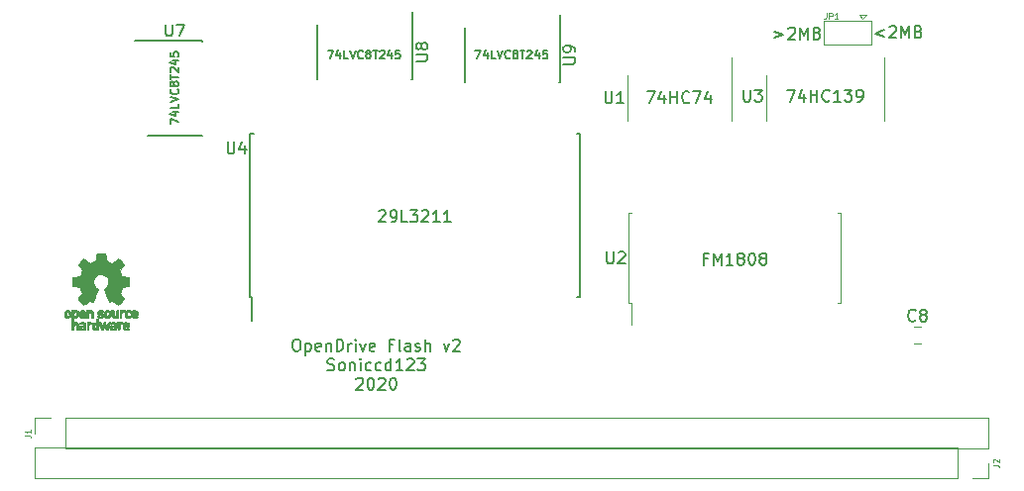
<source format=gbr>
G04 #@! TF.GenerationSoftware,KiCad,Pcbnew,(5.1.4)-1*
G04 #@! TF.CreationDate,2021-02-27T15:59:54-03:00*
G04 #@! TF.ProjectId,OpenDrive-Genesis,4f70656e-4472-4697-9665-2d47656e6573,rev?*
G04 #@! TF.SameCoordinates,Original*
G04 #@! TF.FileFunction,Legend,Top*
G04 #@! TF.FilePolarity,Positive*
%FSLAX46Y46*%
G04 Gerber Fmt 4.6, Leading zero omitted, Abs format (unit mm)*
G04 Created by KiCad (PCBNEW (5.1.4)-1) date 2021-02-27 15:59:54*
%MOMM*%
%LPD*%
G04 APERTURE LIST*
%ADD10C,0.150000*%
%ADD11C,0.010000*%
%ADD12C,0.120000*%
%ADD13C,0.125000*%
G04 APERTURE END LIST*
D10*
X89229000Y-47495666D02*
X89695666Y-47495666D01*
X89395666Y-48195666D01*
X90262333Y-47729000D02*
X90262333Y-48195666D01*
X90095666Y-47462333D02*
X89929000Y-47962333D01*
X90362333Y-47962333D01*
X90962333Y-48195666D02*
X90629000Y-48195666D01*
X90629000Y-47495666D01*
X91095666Y-47495666D02*
X91329000Y-48195666D01*
X91562333Y-47495666D01*
X92195666Y-48129000D02*
X92162333Y-48162333D01*
X92062333Y-48195666D01*
X91995666Y-48195666D01*
X91895666Y-48162333D01*
X91829000Y-48095666D01*
X91795666Y-48029000D01*
X91762333Y-47895666D01*
X91762333Y-47795666D01*
X91795666Y-47662333D01*
X91829000Y-47595666D01*
X91895666Y-47529000D01*
X91995666Y-47495666D01*
X92062333Y-47495666D01*
X92162333Y-47529000D01*
X92195666Y-47562333D01*
X92595666Y-47795666D02*
X92529000Y-47762333D01*
X92495666Y-47729000D01*
X92462333Y-47662333D01*
X92462333Y-47629000D01*
X92495666Y-47562333D01*
X92529000Y-47529000D01*
X92595666Y-47495666D01*
X92729000Y-47495666D01*
X92795666Y-47529000D01*
X92829000Y-47562333D01*
X92862333Y-47629000D01*
X92862333Y-47662333D01*
X92829000Y-47729000D01*
X92795666Y-47762333D01*
X92729000Y-47795666D01*
X92595666Y-47795666D01*
X92529000Y-47829000D01*
X92495666Y-47862333D01*
X92462333Y-47929000D01*
X92462333Y-48062333D01*
X92495666Y-48129000D01*
X92529000Y-48162333D01*
X92595666Y-48195666D01*
X92729000Y-48195666D01*
X92795666Y-48162333D01*
X92829000Y-48129000D01*
X92862333Y-48062333D01*
X92862333Y-47929000D01*
X92829000Y-47862333D01*
X92795666Y-47829000D01*
X92729000Y-47795666D01*
X93062333Y-47495666D02*
X93462333Y-47495666D01*
X93262333Y-48195666D02*
X93262333Y-47495666D01*
X93662333Y-47562333D02*
X93695666Y-47529000D01*
X93762333Y-47495666D01*
X93929000Y-47495666D01*
X93995666Y-47529000D01*
X94029000Y-47562333D01*
X94062333Y-47629000D01*
X94062333Y-47695666D01*
X94029000Y-47795666D01*
X93629000Y-48195666D01*
X94062333Y-48195666D01*
X94662333Y-47729000D02*
X94662333Y-48195666D01*
X94495666Y-47462333D02*
X94329000Y-47962333D01*
X94762333Y-47962333D01*
X95362333Y-47495666D02*
X95029000Y-47495666D01*
X94995666Y-47829000D01*
X95029000Y-47795666D01*
X95095666Y-47762333D01*
X95262333Y-47762333D01*
X95329000Y-47795666D01*
X95362333Y-47829000D01*
X95395666Y-47895666D01*
X95395666Y-48062333D01*
X95362333Y-48129000D01*
X95329000Y-48162333D01*
X95262333Y-48195666D01*
X95095666Y-48195666D01*
X95029000Y-48162333D01*
X94995666Y-48129000D01*
X76656000Y-47495666D02*
X77122666Y-47495666D01*
X76822666Y-48195666D01*
X77689333Y-47729000D02*
X77689333Y-48195666D01*
X77522666Y-47462333D02*
X77356000Y-47962333D01*
X77789333Y-47962333D01*
X78389333Y-48195666D02*
X78056000Y-48195666D01*
X78056000Y-47495666D01*
X78522666Y-47495666D02*
X78756000Y-48195666D01*
X78989333Y-47495666D01*
X79622666Y-48129000D02*
X79589333Y-48162333D01*
X79489333Y-48195666D01*
X79422666Y-48195666D01*
X79322666Y-48162333D01*
X79256000Y-48095666D01*
X79222666Y-48029000D01*
X79189333Y-47895666D01*
X79189333Y-47795666D01*
X79222666Y-47662333D01*
X79256000Y-47595666D01*
X79322666Y-47529000D01*
X79422666Y-47495666D01*
X79489333Y-47495666D01*
X79589333Y-47529000D01*
X79622666Y-47562333D01*
X80022666Y-47795666D02*
X79956000Y-47762333D01*
X79922666Y-47729000D01*
X79889333Y-47662333D01*
X79889333Y-47629000D01*
X79922666Y-47562333D01*
X79956000Y-47529000D01*
X80022666Y-47495666D01*
X80156000Y-47495666D01*
X80222666Y-47529000D01*
X80256000Y-47562333D01*
X80289333Y-47629000D01*
X80289333Y-47662333D01*
X80256000Y-47729000D01*
X80222666Y-47762333D01*
X80156000Y-47795666D01*
X80022666Y-47795666D01*
X79956000Y-47829000D01*
X79922666Y-47862333D01*
X79889333Y-47929000D01*
X79889333Y-48062333D01*
X79922666Y-48129000D01*
X79956000Y-48162333D01*
X80022666Y-48195666D01*
X80156000Y-48195666D01*
X80222666Y-48162333D01*
X80256000Y-48129000D01*
X80289333Y-48062333D01*
X80289333Y-47929000D01*
X80256000Y-47862333D01*
X80222666Y-47829000D01*
X80156000Y-47795666D01*
X80489333Y-47495666D02*
X80889333Y-47495666D01*
X80689333Y-48195666D02*
X80689333Y-47495666D01*
X81089333Y-47562333D02*
X81122666Y-47529000D01*
X81189333Y-47495666D01*
X81356000Y-47495666D01*
X81422666Y-47529000D01*
X81456000Y-47562333D01*
X81489333Y-47629000D01*
X81489333Y-47695666D01*
X81456000Y-47795666D01*
X81056000Y-48195666D01*
X81489333Y-48195666D01*
X82089333Y-47729000D02*
X82089333Y-48195666D01*
X81922666Y-47462333D02*
X81756000Y-47962333D01*
X82189333Y-47962333D01*
X82789333Y-47495666D02*
X82456000Y-47495666D01*
X82422666Y-47829000D01*
X82456000Y-47795666D01*
X82522666Y-47762333D01*
X82689333Y-47762333D01*
X82756000Y-47795666D01*
X82789333Y-47829000D01*
X82822666Y-47895666D01*
X82822666Y-48062333D01*
X82789333Y-48129000D01*
X82756000Y-48162333D01*
X82689333Y-48195666D01*
X82522666Y-48195666D01*
X82456000Y-48162333D01*
X82422666Y-48129000D01*
X73867238Y-72224380D02*
X74057714Y-72224380D01*
X74152952Y-72272000D01*
X74248190Y-72367238D01*
X74295809Y-72557714D01*
X74295809Y-72891047D01*
X74248190Y-73081523D01*
X74152952Y-73176761D01*
X74057714Y-73224380D01*
X73867238Y-73224380D01*
X73772000Y-73176761D01*
X73676761Y-73081523D01*
X73629142Y-72891047D01*
X73629142Y-72557714D01*
X73676761Y-72367238D01*
X73772000Y-72272000D01*
X73867238Y-72224380D01*
X74724380Y-72557714D02*
X74724380Y-73557714D01*
X74724380Y-72605333D02*
X74819619Y-72557714D01*
X75010095Y-72557714D01*
X75105333Y-72605333D01*
X75152952Y-72652952D01*
X75200571Y-72748190D01*
X75200571Y-73033904D01*
X75152952Y-73129142D01*
X75105333Y-73176761D01*
X75010095Y-73224380D01*
X74819619Y-73224380D01*
X74724380Y-73176761D01*
X76010095Y-73176761D02*
X75914857Y-73224380D01*
X75724380Y-73224380D01*
X75629142Y-73176761D01*
X75581523Y-73081523D01*
X75581523Y-72700571D01*
X75629142Y-72605333D01*
X75724380Y-72557714D01*
X75914857Y-72557714D01*
X76010095Y-72605333D01*
X76057714Y-72700571D01*
X76057714Y-72795809D01*
X75581523Y-72891047D01*
X76486285Y-72557714D02*
X76486285Y-73224380D01*
X76486285Y-72652952D02*
X76533904Y-72605333D01*
X76629142Y-72557714D01*
X76772000Y-72557714D01*
X76867238Y-72605333D01*
X76914857Y-72700571D01*
X76914857Y-73224380D01*
X77391047Y-73224380D02*
X77391047Y-72224380D01*
X77629142Y-72224380D01*
X77772000Y-72272000D01*
X77867238Y-72367238D01*
X77914857Y-72462476D01*
X77962476Y-72652952D01*
X77962476Y-72795809D01*
X77914857Y-72986285D01*
X77867238Y-73081523D01*
X77772000Y-73176761D01*
X77629142Y-73224380D01*
X77391047Y-73224380D01*
X78391047Y-73224380D02*
X78391047Y-72557714D01*
X78391047Y-72748190D02*
X78438666Y-72652952D01*
X78486285Y-72605333D01*
X78581523Y-72557714D01*
X78676761Y-72557714D01*
X79010095Y-73224380D02*
X79010095Y-72557714D01*
X79010095Y-72224380D02*
X78962476Y-72272000D01*
X79010095Y-72319619D01*
X79057714Y-72272000D01*
X79010095Y-72224380D01*
X79010095Y-72319619D01*
X79391047Y-72557714D02*
X79629142Y-73224380D01*
X79867238Y-72557714D01*
X80629142Y-73176761D02*
X80533904Y-73224380D01*
X80343428Y-73224380D01*
X80248190Y-73176761D01*
X80200571Y-73081523D01*
X80200571Y-72700571D01*
X80248190Y-72605333D01*
X80343428Y-72557714D01*
X80533904Y-72557714D01*
X80629142Y-72605333D01*
X80676761Y-72700571D01*
X80676761Y-72795809D01*
X80200571Y-72891047D01*
X82200571Y-72700571D02*
X81867238Y-72700571D01*
X81867238Y-73224380D02*
X81867238Y-72224380D01*
X82343428Y-72224380D01*
X82867238Y-73224380D02*
X82772000Y-73176761D01*
X82724380Y-73081523D01*
X82724380Y-72224380D01*
X83676761Y-73224380D02*
X83676761Y-72700571D01*
X83629142Y-72605333D01*
X83533904Y-72557714D01*
X83343428Y-72557714D01*
X83248190Y-72605333D01*
X83676761Y-73176761D02*
X83581523Y-73224380D01*
X83343428Y-73224380D01*
X83248190Y-73176761D01*
X83200571Y-73081523D01*
X83200571Y-72986285D01*
X83248190Y-72891047D01*
X83343428Y-72843428D01*
X83581523Y-72843428D01*
X83676761Y-72795809D01*
X84105333Y-73176761D02*
X84200571Y-73224380D01*
X84391047Y-73224380D01*
X84486285Y-73176761D01*
X84533904Y-73081523D01*
X84533904Y-73033904D01*
X84486285Y-72938666D01*
X84391047Y-72891047D01*
X84248190Y-72891047D01*
X84152952Y-72843428D01*
X84105333Y-72748190D01*
X84105333Y-72700571D01*
X84152952Y-72605333D01*
X84248190Y-72557714D01*
X84391047Y-72557714D01*
X84486285Y-72605333D01*
X84962476Y-73224380D02*
X84962476Y-72224380D01*
X85391047Y-73224380D02*
X85391047Y-72700571D01*
X85343428Y-72605333D01*
X85248190Y-72557714D01*
X85105333Y-72557714D01*
X85010095Y-72605333D01*
X84962476Y-72652952D01*
X86533904Y-72557714D02*
X86772000Y-73224380D01*
X87010095Y-72557714D01*
X87343428Y-72319619D02*
X87391047Y-72272000D01*
X87486285Y-72224380D01*
X87724380Y-72224380D01*
X87819619Y-72272000D01*
X87867238Y-72319619D01*
X87914857Y-72414857D01*
X87914857Y-72510095D01*
X87867238Y-72652952D01*
X87295809Y-73224380D01*
X87914857Y-73224380D01*
X76605333Y-74826761D02*
X76748190Y-74874380D01*
X76986285Y-74874380D01*
X77081523Y-74826761D01*
X77129142Y-74779142D01*
X77176761Y-74683904D01*
X77176761Y-74588666D01*
X77129142Y-74493428D01*
X77081523Y-74445809D01*
X76986285Y-74398190D01*
X76795809Y-74350571D01*
X76700571Y-74302952D01*
X76652952Y-74255333D01*
X76605333Y-74160095D01*
X76605333Y-74064857D01*
X76652952Y-73969619D01*
X76700571Y-73922000D01*
X76795809Y-73874380D01*
X77033904Y-73874380D01*
X77176761Y-73922000D01*
X77748190Y-74874380D02*
X77652952Y-74826761D01*
X77605333Y-74779142D01*
X77557714Y-74683904D01*
X77557714Y-74398190D01*
X77605333Y-74302952D01*
X77652952Y-74255333D01*
X77748190Y-74207714D01*
X77891047Y-74207714D01*
X77986285Y-74255333D01*
X78033904Y-74302952D01*
X78081523Y-74398190D01*
X78081523Y-74683904D01*
X78033904Y-74779142D01*
X77986285Y-74826761D01*
X77891047Y-74874380D01*
X77748190Y-74874380D01*
X78510095Y-74207714D02*
X78510095Y-74874380D01*
X78510095Y-74302952D02*
X78557714Y-74255333D01*
X78652952Y-74207714D01*
X78795809Y-74207714D01*
X78891047Y-74255333D01*
X78938666Y-74350571D01*
X78938666Y-74874380D01*
X79414857Y-74874380D02*
X79414857Y-74207714D01*
X79414857Y-73874380D02*
X79367238Y-73922000D01*
X79414857Y-73969619D01*
X79462476Y-73922000D01*
X79414857Y-73874380D01*
X79414857Y-73969619D01*
X80319619Y-74826761D02*
X80224380Y-74874380D01*
X80033904Y-74874380D01*
X79938666Y-74826761D01*
X79891047Y-74779142D01*
X79843428Y-74683904D01*
X79843428Y-74398190D01*
X79891047Y-74302952D01*
X79938666Y-74255333D01*
X80033904Y-74207714D01*
X80224380Y-74207714D01*
X80319619Y-74255333D01*
X81176761Y-74826761D02*
X81081523Y-74874380D01*
X80891047Y-74874380D01*
X80795809Y-74826761D01*
X80748190Y-74779142D01*
X80700571Y-74683904D01*
X80700571Y-74398190D01*
X80748190Y-74302952D01*
X80795809Y-74255333D01*
X80891047Y-74207714D01*
X81081523Y-74207714D01*
X81176761Y-74255333D01*
X82033904Y-74874380D02*
X82033904Y-73874380D01*
X82033904Y-74826761D02*
X81938666Y-74874380D01*
X81748190Y-74874380D01*
X81652952Y-74826761D01*
X81605333Y-74779142D01*
X81557714Y-74683904D01*
X81557714Y-74398190D01*
X81605333Y-74302952D01*
X81652952Y-74255333D01*
X81748190Y-74207714D01*
X81938666Y-74207714D01*
X82033904Y-74255333D01*
X83033904Y-74874380D02*
X82462476Y-74874380D01*
X82748190Y-74874380D02*
X82748190Y-73874380D01*
X82652952Y-74017238D01*
X82557714Y-74112476D01*
X82462476Y-74160095D01*
X83414857Y-73969619D02*
X83462476Y-73922000D01*
X83557714Y-73874380D01*
X83795809Y-73874380D01*
X83891047Y-73922000D01*
X83938666Y-73969619D01*
X83986285Y-74064857D01*
X83986285Y-74160095D01*
X83938666Y-74302952D01*
X83367238Y-74874380D01*
X83986285Y-74874380D01*
X84319619Y-73874380D02*
X84938666Y-73874380D01*
X84605333Y-74255333D01*
X84748190Y-74255333D01*
X84843428Y-74302952D01*
X84891047Y-74350571D01*
X84938666Y-74445809D01*
X84938666Y-74683904D01*
X84891047Y-74779142D01*
X84843428Y-74826761D01*
X84748190Y-74874380D01*
X84462476Y-74874380D01*
X84367238Y-74826761D01*
X84319619Y-74779142D01*
X79057714Y-75619619D02*
X79105333Y-75572000D01*
X79200571Y-75524380D01*
X79438666Y-75524380D01*
X79533904Y-75572000D01*
X79581523Y-75619619D01*
X79629142Y-75714857D01*
X79629142Y-75810095D01*
X79581523Y-75952952D01*
X79010095Y-76524380D01*
X79629142Y-76524380D01*
X80248190Y-75524380D02*
X80343428Y-75524380D01*
X80438666Y-75572000D01*
X80486285Y-75619619D01*
X80533904Y-75714857D01*
X80581523Y-75905333D01*
X80581523Y-76143428D01*
X80533904Y-76333904D01*
X80486285Y-76429142D01*
X80438666Y-76476761D01*
X80343428Y-76524380D01*
X80248190Y-76524380D01*
X80152952Y-76476761D01*
X80105333Y-76429142D01*
X80057714Y-76333904D01*
X80010095Y-76143428D01*
X80010095Y-75905333D01*
X80057714Y-75714857D01*
X80105333Y-75619619D01*
X80152952Y-75572000D01*
X80248190Y-75524380D01*
X80962476Y-75619619D02*
X81010095Y-75572000D01*
X81105333Y-75524380D01*
X81343428Y-75524380D01*
X81438666Y-75572000D01*
X81486285Y-75619619D01*
X81533904Y-75714857D01*
X81533904Y-75810095D01*
X81486285Y-75952952D01*
X80914857Y-76524380D01*
X81533904Y-76524380D01*
X82152952Y-75524380D02*
X82248190Y-75524380D01*
X82343428Y-75572000D01*
X82391047Y-75619619D01*
X82438666Y-75714857D01*
X82486285Y-75905333D01*
X82486285Y-76143428D01*
X82438666Y-76333904D01*
X82391047Y-76429142D01*
X82343428Y-76476761D01*
X82248190Y-76524380D01*
X82152952Y-76524380D01*
X82057714Y-76476761D01*
X82010095Y-76429142D01*
X81962476Y-76333904D01*
X81914857Y-76143428D01*
X81914857Y-75905333D01*
X81962476Y-75714857D01*
X82010095Y-75619619D01*
X82057714Y-75572000D01*
X82152952Y-75524380D01*
X63167466Y-53798400D02*
X63167466Y-53331733D01*
X63867466Y-53631733D01*
X63400800Y-52765066D02*
X63867466Y-52765066D01*
X63134133Y-52931733D02*
X63634133Y-53098400D01*
X63634133Y-52665066D01*
X63867466Y-52065066D02*
X63867466Y-52398400D01*
X63167466Y-52398400D01*
X63167466Y-51931733D02*
X63867466Y-51698400D01*
X63167466Y-51465066D01*
X63800800Y-50831733D02*
X63834133Y-50865066D01*
X63867466Y-50965066D01*
X63867466Y-51031733D01*
X63834133Y-51131733D01*
X63767466Y-51198400D01*
X63700800Y-51231733D01*
X63567466Y-51265066D01*
X63467466Y-51265066D01*
X63334133Y-51231733D01*
X63267466Y-51198400D01*
X63200800Y-51131733D01*
X63167466Y-51031733D01*
X63167466Y-50965066D01*
X63200800Y-50865066D01*
X63234133Y-50831733D01*
X63467466Y-50431733D02*
X63434133Y-50498400D01*
X63400800Y-50531733D01*
X63334133Y-50565066D01*
X63300800Y-50565066D01*
X63234133Y-50531733D01*
X63200800Y-50498400D01*
X63167466Y-50431733D01*
X63167466Y-50298400D01*
X63200800Y-50231733D01*
X63234133Y-50198400D01*
X63300800Y-50165066D01*
X63334133Y-50165066D01*
X63400800Y-50198400D01*
X63434133Y-50231733D01*
X63467466Y-50298400D01*
X63467466Y-50431733D01*
X63500800Y-50498400D01*
X63534133Y-50531733D01*
X63600800Y-50565066D01*
X63734133Y-50565066D01*
X63800800Y-50531733D01*
X63834133Y-50498400D01*
X63867466Y-50431733D01*
X63867466Y-50298400D01*
X63834133Y-50231733D01*
X63800800Y-50198400D01*
X63734133Y-50165066D01*
X63600800Y-50165066D01*
X63534133Y-50198400D01*
X63500800Y-50231733D01*
X63467466Y-50298400D01*
X63167466Y-49965066D02*
X63167466Y-49565066D01*
X63867466Y-49765066D02*
X63167466Y-49765066D01*
X63234133Y-49365066D02*
X63200800Y-49331733D01*
X63167466Y-49265066D01*
X63167466Y-49098400D01*
X63200800Y-49031733D01*
X63234133Y-48998400D01*
X63300800Y-48965066D01*
X63367466Y-48965066D01*
X63467466Y-48998400D01*
X63867466Y-49398400D01*
X63867466Y-48965066D01*
X63400800Y-48365066D02*
X63867466Y-48365066D01*
X63134133Y-48531733D02*
X63634133Y-48698400D01*
X63634133Y-48265066D01*
X63167466Y-47665066D02*
X63167466Y-47998400D01*
X63500800Y-48031733D01*
X63467466Y-47998400D01*
X63434133Y-47931733D01*
X63434133Y-47765066D01*
X63467466Y-47698400D01*
X63500800Y-47665066D01*
X63567466Y-47631733D01*
X63734133Y-47631733D01*
X63800800Y-47665066D01*
X63834133Y-47698400D01*
X63867466Y-47765066D01*
X63867466Y-47931733D01*
X63834133Y-47998400D01*
X63800800Y-48031733D01*
X109045666Y-65333571D02*
X108712333Y-65333571D01*
X108712333Y-65857380D02*
X108712333Y-64857380D01*
X109188523Y-64857380D01*
X109569476Y-65857380D02*
X109569476Y-64857380D01*
X109902809Y-65571666D01*
X110236142Y-64857380D01*
X110236142Y-65857380D01*
X111236142Y-65857380D02*
X110664714Y-65857380D01*
X110950428Y-65857380D02*
X110950428Y-64857380D01*
X110855190Y-65000238D01*
X110759952Y-65095476D01*
X110664714Y-65143095D01*
X111807571Y-65285952D02*
X111712333Y-65238333D01*
X111664714Y-65190714D01*
X111617095Y-65095476D01*
X111617095Y-65047857D01*
X111664714Y-64952619D01*
X111712333Y-64905000D01*
X111807571Y-64857380D01*
X111998047Y-64857380D01*
X112093285Y-64905000D01*
X112140904Y-64952619D01*
X112188523Y-65047857D01*
X112188523Y-65095476D01*
X112140904Y-65190714D01*
X112093285Y-65238333D01*
X111998047Y-65285952D01*
X111807571Y-65285952D01*
X111712333Y-65333571D01*
X111664714Y-65381190D01*
X111617095Y-65476428D01*
X111617095Y-65666904D01*
X111664714Y-65762142D01*
X111712333Y-65809761D01*
X111807571Y-65857380D01*
X111998047Y-65857380D01*
X112093285Y-65809761D01*
X112140904Y-65762142D01*
X112188523Y-65666904D01*
X112188523Y-65476428D01*
X112140904Y-65381190D01*
X112093285Y-65333571D01*
X111998047Y-65285952D01*
X112807571Y-64857380D02*
X112902809Y-64857380D01*
X112998047Y-64905000D01*
X113045666Y-64952619D01*
X113093285Y-65047857D01*
X113140904Y-65238333D01*
X113140904Y-65476428D01*
X113093285Y-65666904D01*
X113045666Y-65762142D01*
X112998047Y-65809761D01*
X112902809Y-65857380D01*
X112807571Y-65857380D01*
X112712333Y-65809761D01*
X112664714Y-65762142D01*
X112617095Y-65666904D01*
X112569476Y-65476428D01*
X112569476Y-65238333D01*
X112617095Y-65047857D01*
X112664714Y-64952619D01*
X112712333Y-64905000D01*
X112807571Y-64857380D01*
X113712333Y-65285952D02*
X113617095Y-65238333D01*
X113569476Y-65190714D01*
X113521857Y-65095476D01*
X113521857Y-65047857D01*
X113569476Y-64952619D01*
X113617095Y-64905000D01*
X113712333Y-64857380D01*
X113902809Y-64857380D01*
X113998047Y-64905000D01*
X114045666Y-64952619D01*
X114093285Y-65047857D01*
X114093285Y-65095476D01*
X114045666Y-65190714D01*
X113998047Y-65238333D01*
X113902809Y-65285952D01*
X113712333Y-65285952D01*
X113617095Y-65333571D01*
X113569476Y-65381190D01*
X113521857Y-65476428D01*
X113521857Y-65666904D01*
X113569476Y-65762142D01*
X113617095Y-65809761D01*
X113712333Y-65857380D01*
X113902809Y-65857380D01*
X113998047Y-65809761D01*
X114045666Y-65762142D01*
X114093285Y-65666904D01*
X114093285Y-65476428D01*
X114045666Y-65381190D01*
X113998047Y-65333571D01*
X113902809Y-65285952D01*
X81002571Y-61269619D02*
X81050190Y-61222000D01*
X81145428Y-61174380D01*
X81383523Y-61174380D01*
X81478761Y-61222000D01*
X81526380Y-61269619D01*
X81574000Y-61364857D01*
X81574000Y-61460095D01*
X81526380Y-61602952D01*
X80954952Y-62174380D01*
X81574000Y-62174380D01*
X82050190Y-62174380D02*
X82240666Y-62174380D01*
X82335904Y-62126761D01*
X82383523Y-62079142D01*
X82478761Y-61936285D01*
X82526380Y-61745809D01*
X82526380Y-61364857D01*
X82478761Y-61269619D01*
X82431142Y-61222000D01*
X82335904Y-61174380D01*
X82145428Y-61174380D01*
X82050190Y-61222000D01*
X82002571Y-61269619D01*
X81954952Y-61364857D01*
X81954952Y-61602952D01*
X82002571Y-61698190D01*
X82050190Y-61745809D01*
X82145428Y-61793428D01*
X82335904Y-61793428D01*
X82431142Y-61745809D01*
X82478761Y-61698190D01*
X82526380Y-61602952D01*
X83431142Y-62174380D02*
X82954952Y-62174380D01*
X82954952Y-61174380D01*
X83669238Y-61174380D02*
X84288285Y-61174380D01*
X83954952Y-61555333D01*
X84097809Y-61555333D01*
X84193047Y-61602952D01*
X84240666Y-61650571D01*
X84288285Y-61745809D01*
X84288285Y-61983904D01*
X84240666Y-62079142D01*
X84193047Y-62126761D01*
X84097809Y-62174380D01*
X83812095Y-62174380D01*
X83716857Y-62126761D01*
X83669238Y-62079142D01*
X84669238Y-61269619D02*
X84716857Y-61222000D01*
X84812095Y-61174380D01*
X85050190Y-61174380D01*
X85145428Y-61222000D01*
X85193047Y-61269619D01*
X85240666Y-61364857D01*
X85240666Y-61460095D01*
X85193047Y-61602952D01*
X84621619Y-62174380D01*
X85240666Y-62174380D01*
X86193047Y-62174380D02*
X85621619Y-62174380D01*
X85907333Y-62174380D02*
X85907333Y-61174380D01*
X85812095Y-61317238D01*
X85716857Y-61412476D01*
X85621619Y-61460095D01*
X87145428Y-62174380D02*
X86574000Y-62174380D01*
X86859714Y-62174380D02*
X86859714Y-61174380D01*
X86764476Y-61317238D01*
X86669238Y-61412476D01*
X86574000Y-61460095D01*
X103894285Y-51014380D02*
X104560952Y-51014380D01*
X104132380Y-52014380D01*
X105370476Y-51347714D02*
X105370476Y-52014380D01*
X105132380Y-50966761D02*
X104894285Y-51681047D01*
X105513333Y-51681047D01*
X105894285Y-52014380D02*
X105894285Y-51014380D01*
X105894285Y-51490571D02*
X106465714Y-51490571D01*
X106465714Y-52014380D02*
X106465714Y-51014380D01*
X107513333Y-51919142D02*
X107465714Y-51966761D01*
X107322857Y-52014380D01*
X107227619Y-52014380D01*
X107084761Y-51966761D01*
X106989523Y-51871523D01*
X106941904Y-51776285D01*
X106894285Y-51585809D01*
X106894285Y-51442952D01*
X106941904Y-51252476D01*
X106989523Y-51157238D01*
X107084761Y-51062000D01*
X107227619Y-51014380D01*
X107322857Y-51014380D01*
X107465714Y-51062000D01*
X107513333Y-51109619D01*
X107846666Y-51014380D02*
X108513333Y-51014380D01*
X108084761Y-52014380D01*
X109322857Y-51347714D02*
X109322857Y-52014380D01*
X109084761Y-50966761D02*
X108846666Y-51681047D01*
X109465714Y-51681047D01*
X115864095Y-50887380D02*
X116530761Y-50887380D01*
X116102190Y-51887380D01*
X117340285Y-51220714D02*
X117340285Y-51887380D01*
X117102190Y-50839761D02*
X116864095Y-51554047D01*
X117483142Y-51554047D01*
X117864095Y-51887380D02*
X117864095Y-50887380D01*
X117864095Y-51363571D02*
X118435523Y-51363571D01*
X118435523Y-51887380D02*
X118435523Y-50887380D01*
X119483142Y-51792142D02*
X119435523Y-51839761D01*
X119292666Y-51887380D01*
X119197428Y-51887380D01*
X119054571Y-51839761D01*
X118959333Y-51744523D01*
X118911714Y-51649285D01*
X118864095Y-51458809D01*
X118864095Y-51315952D01*
X118911714Y-51125476D01*
X118959333Y-51030238D01*
X119054571Y-50935000D01*
X119197428Y-50887380D01*
X119292666Y-50887380D01*
X119435523Y-50935000D01*
X119483142Y-50982619D01*
X120435523Y-51887380D02*
X119864095Y-51887380D01*
X120149809Y-51887380D02*
X120149809Y-50887380D01*
X120054571Y-51030238D01*
X119959333Y-51125476D01*
X119864095Y-51173095D01*
X120768857Y-50887380D02*
X121387904Y-50887380D01*
X121054571Y-51268333D01*
X121197428Y-51268333D01*
X121292666Y-51315952D01*
X121340285Y-51363571D01*
X121387904Y-51458809D01*
X121387904Y-51696904D01*
X121340285Y-51792142D01*
X121292666Y-51839761D01*
X121197428Y-51887380D01*
X120911714Y-51887380D01*
X120816476Y-51839761D01*
X120768857Y-51792142D01*
X121864095Y-51887380D02*
X122054571Y-51887380D01*
X122149809Y-51839761D01*
X122197428Y-51792142D01*
X122292666Y-51649285D01*
X122340285Y-51458809D01*
X122340285Y-51077857D01*
X122292666Y-50982619D01*
X122245047Y-50935000D01*
X122149809Y-50887380D01*
X121959333Y-50887380D01*
X121864095Y-50935000D01*
X121816476Y-50982619D01*
X121768857Y-51077857D01*
X121768857Y-51315952D01*
X121816476Y-51411190D01*
X121864095Y-51458809D01*
X121959333Y-51506428D01*
X122149809Y-51506428D01*
X122245047Y-51458809D01*
X122292666Y-51411190D01*
X122340285Y-51315952D01*
X124182333Y-45759714D02*
X123420428Y-46045428D01*
X124182333Y-46331142D01*
X124610904Y-45521619D02*
X124658523Y-45474000D01*
X124753761Y-45426380D01*
X124991857Y-45426380D01*
X125087095Y-45474000D01*
X125134714Y-45521619D01*
X125182333Y-45616857D01*
X125182333Y-45712095D01*
X125134714Y-45854952D01*
X124563285Y-46426380D01*
X125182333Y-46426380D01*
X125610904Y-46426380D02*
X125610904Y-45426380D01*
X125944238Y-46140666D01*
X126277571Y-45426380D01*
X126277571Y-46426380D01*
X127087095Y-45902571D02*
X127229952Y-45950190D01*
X127277571Y-45997809D01*
X127325190Y-46093047D01*
X127325190Y-46235904D01*
X127277571Y-46331142D01*
X127229952Y-46378761D01*
X127134714Y-46426380D01*
X126753761Y-46426380D01*
X126753761Y-45426380D01*
X127087095Y-45426380D01*
X127182333Y-45474000D01*
X127229952Y-45521619D01*
X127277571Y-45616857D01*
X127277571Y-45712095D01*
X127229952Y-45807333D01*
X127182333Y-45854952D01*
X127087095Y-45902571D01*
X126753761Y-45902571D01*
X114784428Y-45886714D02*
X115546333Y-46172428D01*
X114784428Y-46458142D01*
X115974904Y-45648619D02*
X116022523Y-45601000D01*
X116117761Y-45553380D01*
X116355857Y-45553380D01*
X116451095Y-45601000D01*
X116498714Y-45648619D01*
X116546333Y-45743857D01*
X116546333Y-45839095D01*
X116498714Y-45981952D01*
X115927285Y-46553380D01*
X116546333Y-46553380D01*
X116974904Y-46553380D02*
X116974904Y-45553380D01*
X117308238Y-46267666D01*
X117641571Y-45553380D01*
X117641571Y-46553380D01*
X118451095Y-46029571D02*
X118593952Y-46077190D01*
X118641571Y-46124809D01*
X118689190Y-46220047D01*
X118689190Y-46362904D01*
X118641571Y-46458142D01*
X118593952Y-46505761D01*
X118498714Y-46553380D01*
X118117761Y-46553380D01*
X118117761Y-45553380D01*
X118451095Y-45553380D01*
X118546333Y-45601000D01*
X118593952Y-45648619D01*
X118641571Y-45743857D01*
X118641571Y-45839095D01*
X118593952Y-45934333D01*
X118546333Y-45981952D01*
X118451095Y-46029571D01*
X118117761Y-46029571D01*
D11*
G36*
X55132561Y-69729782D02*
G01*
X55228246Y-69758346D01*
X55282852Y-69821690D01*
X55311735Y-69931909D01*
X55319425Y-69990933D01*
X55317203Y-70166403D01*
X55270677Y-70299489D01*
X55185710Y-70382687D01*
X55068165Y-70408491D01*
X55001303Y-70398134D01*
X54959534Y-70394350D01*
X54937998Y-70421802D01*
X54930160Y-70496278D01*
X54929314Y-70572085D01*
X54931980Y-70683240D01*
X54944335Y-70737681D01*
X54972912Y-70751197D01*
X55001303Y-70746037D01*
X55129166Y-70742724D01*
X55235286Y-70795227D01*
X55285951Y-70863209D01*
X55308560Y-70948945D01*
X55323977Y-71076494D01*
X55328457Y-71190650D01*
X55326789Y-71316901D01*
X55317614Y-71387032D01*
X55294682Y-71417484D01*
X55251737Y-71424698D01*
X55239401Y-71424800D01*
X55191973Y-71420156D01*
X55164213Y-71395523D01*
X55149581Y-71334849D01*
X55141538Y-71222085D01*
X55139615Y-71179871D01*
X55132291Y-71050038D01*
X55120203Y-70976686D01*
X55096695Y-70943752D01*
X55055116Y-70935170D01*
X55038171Y-70934943D01*
X54989891Y-70939361D01*
X54961674Y-70963324D01*
X54946867Y-71022898D01*
X54938815Y-71134148D01*
X54936728Y-71179871D01*
X54929350Y-71309750D01*
X54917179Y-71383130D01*
X54893675Y-71416061D01*
X54852300Y-71424596D01*
X54836942Y-71424800D01*
X54747886Y-71424800D01*
X54747886Y-70061035D01*
X54930354Y-70061035D01*
X54933742Y-70154487D01*
X54955035Y-70204711D01*
X55008315Y-70221281D01*
X55054821Y-70219830D01*
X55109181Y-70192326D01*
X55135345Y-70118181D01*
X55139792Y-70079123D01*
X55131511Y-69967546D01*
X55092265Y-69896053D01*
X55032546Y-69876632D01*
X54983743Y-69900800D01*
X54948129Y-69964743D01*
X54930354Y-70061035D01*
X54747886Y-70061035D01*
X54747886Y-69725682D01*
X54980437Y-69723897D01*
X55132561Y-69729782D01*
X55132561Y-69729782D01*
G37*
X55132561Y-69729782D02*
X55228246Y-69758346D01*
X55282852Y-69821690D01*
X55311735Y-69931909D01*
X55319425Y-69990933D01*
X55317203Y-70166403D01*
X55270677Y-70299489D01*
X55185710Y-70382687D01*
X55068165Y-70408491D01*
X55001303Y-70398134D01*
X54959534Y-70394350D01*
X54937998Y-70421802D01*
X54930160Y-70496278D01*
X54929314Y-70572085D01*
X54931980Y-70683240D01*
X54944335Y-70737681D01*
X54972912Y-70751197D01*
X55001303Y-70746037D01*
X55129166Y-70742724D01*
X55235286Y-70795227D01*
X55285951Y-70863209D01*
X55308560Y-70948945D01*
X55323977Y-71076494D01*
X55328457Y-71190650D01*
X55326789Y-71316901D01*
X55317614Y-71387032D01*
X55294682Y-71417484D01*
X55251737Y-71424698D01*
X55239401Y-71424800D01*
X55191973Y-71420156D01*
X55164213Y-71395523D01*
X55149581Y-71334849D01*
X55141538Y-71222085D01*
X55139615Y-71179871D01*
X55132291Y-71050038D01*
X55120203Y-70976686D01*
X55096695Y-70943752D01*
X55055116Y-70935170D01*
X55038171Y-70934943D01*
X54989891Y-70939361D01*
X54961674Y-70963324D01*
X54946867Y-71022898D01*
X54938815Y-71134148D01*
X54936728Y-71179871D01*
X54929350Y-71309750D01*
X54917179Y-71383130D01*
X54893675Y-71416061D01*
X54852300Y-71424596D01*
X54836942Y-71424800D01*
X54747886Y-71424800D01*
X54747886Y-70061035D01*
X54930354Y-70061035D01*
X54933742Y-70154487D01*
X54955035Y-70204711D01*
X55008315Y-70221281D01*
X55054821Y-70219830D01*
X55109181Y-70192326D01*
X55135345Y-70118181D01*
X55139792Y-70079123D01*
X55131511Y-69967546D01*
X55092265Y-69896053D01*
X55032546Y-69876632D01*
X54983743Y-69900800D01*
X54948129Y-69964743D01*
X54930354Y-70061035D01*
X54747886Y-70061035D01*
X54747886Y-69725682D01*
X54980437Y-69723897D01*
X55132561Y-69729782D01*
G36*
X55808619Y-70761563D02*
G01*
X55856320Y-70786571D01*
X55893398Y-70827092D01*
X55917269Y-70893880D01*
X55931944Y-71003521D01*
X55939669Y-71131285D01*
X55952998Y-71424800D01*
X55718923Y-71424800D01*
X55575609Y-71419289D01*
X55485125Y-71399884D01*
X55428368Y-71362275D01*
X55424795Y-71358443D01*
X55367098Y-71254736D01*
X55369487Y-71219254D01*
X55547071Y-71219254D01*
X55571892Y-71256997D01*
X55631644Y-71275176D01*
X55706328Y-71259310D01*
X55754044Y-71218745D01*
X55754996Y-71216157D01*
X55736095Y-71181625D01*
X55658052Y-71170800D01*
X55570112Y-71183449D01*
X55547071Y-71219254D01*
X55369487Y-71219254D01*
X55373687Y-71156891D01*
X55436666Y-71078278D01*
X55548140Y-71032264D01*
X55621335Y-71025657D01*
X55724654Y-71014888D01*
X55763349Y-70981436D01*
X55763886Y-70975111D01*
X55734353Y-70919087D01*
X55664307Y-70896736D01*
X55584841Y-70915524D01*
X55505306Y-70926621D01*
X55451398Y-70897251D01*
X55404326Y-70854439D01*
X55414632Y-70821640D01*
X55453321Y-70789800D01*
X55555572Y-70747463D01*
X55686177Y-70737953D01*
X55808619Y-70761563D01*
X55808619Y-70761563D01*
G37*
X55808619Y-70761563D02*
X55856320Y-70786571D01*
X55893398Y-70827092D01*
X55917269Y-70893880D01*
X55931944Y-71003521D01*
X55939669Y-71131285D01*
X55952998Y-71424800D01*
X55718923Y-71424800D01*
X55575609Y-71419289D01*
X55485125Y-71399884D01*
X55428368Y-71362275D01*
X55424795Y-71358443D01*
X55367098Y-71254736D01*
X55369487Y-71219254D01*
X55547071Y-71219254D01*
X55571892Y-71256997D01*
X55631644Y-71275176D01*
X55706328Y-71259310D01*
X55754044Y-71218745D01*
X55754996Y-71216157D01*
X55736095Y-71181625D01*
X55658052Y-71170800D01*
X55570112Y-71183449D01*
X55547071Y-71219254D01*
X55369487Y-71219254D01*
X55373687Y-71156891D01*
X55436666Y-71078278D01*
X55548140Y-71032264D01*
X55621335Y-71025657D01*
X55724654Y-71014888D01*
X55763349Y-70981436D01*
X55763886Y-70975111D01*
X55734353Y-70919087D01*
X55664307Y-70896736D01*
X55584841Y-70915524D01*
X55505306Y-70926621D01*
X55451398Y-70897251D01*
X55404326Y-70854439D01*
X55414632Y-70821640D01*
X55453321Y-70789800D01*
X55555572Y-70747463D01*
X55686177Y-70737953D01*
X55808619Y-70761563D01*
G36*
X57033886Y-71424800D02*
G01*
X56821795Y-71424800D01*
X56663641Y-71413400D01*
X56563654Y-71371257D01*
X56509915Y-71286453D01*
X56490509Y-71147069D01*
X56489980Y-71115313D01*
X56650145Y-71115313D01*
X56671391Y-71206333D01*
X56709015Y-71267685D01*
X56735805Y-71279101D01*
X56786453Y-71261319D01*
X56809611Y-71248194D01*
X56841790Y-71188080D01*
X56845897Y-71076392D01*
X56829344Y-70979428D01*
X56792987Y-70934391D01*
X56756013Y-70923785D01*
X56695351Y-70932124D01*
X56661450Y-70991086D01*
X56653811Y-71021443D01*
X56650145Y-71115313D01*
X56489980Y-71115313D01*
X56489600Y-71092584D01*
X56489600Y-70893083D01*
X56371671Y-70909954D01*
X56284784Y-70929925D01*
X56233273Y-70969800D01*
X56208094Y-71045699D01*
X56200202Y-71173740D01*
X56199870Y-71216157D01*
X56196654Y-71334677D01*
X56183869Y-71397603D01*
X56155598Y-71421819D01*
X56126743Y-71424800D01*
X56092939Y-71419570D01*
X56071637Y-71394884D01*
X56059980Y-71337245D01*
X56055111Y-71233156D01*
X56054171Y-71081930D01*
X56054171Y-70739059D01*
X56280957Y-70754101D01*
X56414835Y-70762655D01*
X56505731Y-70766673D01*
X56583069Y-70766556D01*
X56676270Y-70762707D01*
X56725457Y-70760166D01*
X56808696Y-70750442D01*
X56844277Y-70718082D01*
X56852364Y-70640423D01*
X56852457Y-70617443D01*
X56858218Y-70527692D01*
X56884784Y-70489299D01*
X56943171Y-70481371D01*
X57033886Y-70481371D01*
X57033886Y-71424800D01*
X57033886Y-71424800D01*
G37*
X57033886Y-71424800D02*
X56821795Y-71424800D01*
X56663641Y-71413400D01*
X56563654Y-71371257D01*
X56509915Y-71286453D01*
X56490509Y-71147069D01*
X56489980Y-71115313D01*
X56650145Y-71115313D01*
X56671391Y-71206333D01*
X56709015Y-71267685D01*
X56735805Y-71279101D01*
X56786453Y-71261319D01*
X56809611Y-71248194D01*
X56841790Y-71188080D01*
X56845897Y-71076392D01*
X56829344Y-70979428D01*
X56792987Y-70934391D01*
X56756013Y-70923785D01*
X56695351Y-70932124D01*
X56661450Y-70991086D01*
X56653811Y-71021443D01*
X56650145Y-71115313D01*
X56489980Y-71115313D01*
X56489600Y-71092584D01*
X56489600Y-70893083D01*
X56371671Y-70909954D01*
X56284784Y-70929925D01*
X56233273Y-70969800D01*
X56208094Y-71045699D01*
X56200202Y-71173740D01*
X56199870Y-71216157D01*
X56196654Y-71334677D01*
X56183869Y-71397603D01*
X56155598Y-71421819D01*
X56126743Y-71424800D01*
X56092939Y-71419570D01*
X56071637Y-71394884D01*
X56059980Y-71337245D01*
X56055111Y-71233156D01*
X56054171Y-71081930D01*
X56054171Y-70739059D01*
X56280957Y-70754101D01*
X56414835Y-70762655D01*
X56505731Y-70766673D01*
X56583069Y-70766556D01*
X56676270Y-70762707D01*
X56725457Y-70760166D01*
X56808696Y-70750442D01*
X56844277Y-70718082D01*
X56852364Y-70640423D01*
X56852457Y-70617443D01*
X56858218Y-70527692D01*
X56884784Y-70489299D01*
X56943171Y-70481371D01*
X57033886Y-70481371D01*
X57033886Y-71424800D01*
G36*
X57586281Y-70754197D02*
G01*
X57641997Y-70848635D01*
X57675436Y-70940585D01*
X57740124Y-71145798D01*
X57796725Y-70949656D01*
X57838021Y-70829552D01*
X57880303Y-70765561D01*
X57933463Y-70741919D01*
X57978574Y-70739505D01*
X58002932Y-70755732D01*
X58006098Y-70801780D01*
X57987633Y-70888830D01*
X57947099Y-71028064D01*
X57918609Y-71120131D01*
X57870149Y-71268315D01*
X57832548Y-71359519D01*
X57798114Y-71406923D01*
X57759155Y-71423707D01*
X57740800Y-71424800D01*
X57688433Y-71413500D01*
X57652596Y-71368263D01*
X57621568Y-71272080D01*
X57613753Y-71240437D01*
X57582755Y-71132732D01*
X57554551Y-71093191D01*
X57524527Y-71122810D01*
X57488067Y-71222583D01*
X57473975Y-71270585D01*
X57434626Y-71374365D01*
X57387855Y-71419679D01*
X57357862Y-71424800D01*
X57290773Y-71404878D01*
X57268875Y-71379443D01*
X57230639Y-71271707D01*
X57186287Y-71140752D01*
X57141956Y-71005549D01*
X57103784Y-70885071D01*
X57077911Y-70798291D01*
X57070171Y-70765301D01*
X57101157Y-70742483D01*
X57157532Y-70735371D01*
X57212878Y-70745900D01*
X57250164Y-70789084D01*
X57282309Y-70882320D01*
X57290928Y-70914989D01*
X57321183Y-71013383D01*
X57349034Y-71071642D01*
X57361875Y-71079209D01*
X57385657Y-71037894D01*
X57417423Y-70950818D01*
X57432767Y-70899592D01*
X57479668Y-70779338D01*
X57531505Y-70730985D01*
X57586281Y-70754197D01*
X57586281Y-70754197D01*
G37*
X57586281Y-70754197D02*
X57641997Y-70848635D01*
X57675436Y-70940585D01*
X57740124Y-71145798D01*
X57796725Y-70949656D01*
X57838021Y-70829552D01*
X57880303Y-70765561D01*
X57933463Y-70741919D01*
X57978574Y-70739505D01*
X58002932Y-70755732D01*
X58006098Y-70801780D01*
X57987633Y-70888830D01*
X57947099Y-71028064D01*
X57918609Y-71120131D01*
X57870149Y-71268315D01*
X57832548Y-71359519D01*
X57798114Y-71406923D01*
X57759155Y-71423707D01*
X57740800Y-71424800D01*
X57688433Y-71413500D01*
X57652596Y-71368263D01*
X57621568Y-71272080D01*
X57613753Y-71240437D01*
X57582755Y-71132732D01*
X57554551Y-71093191D01*
X57524527Y-71122810D01*
X57488067Y-71222583D01*
X57473975Y-71270585D01*
X57434626Y-71374365D01*
X57387855Y-71419679D01*
X57357862Y-71424800D01*
X57290773Y-71404878D01*
X57268875Y-71379443D01*
X57230639Y-71271707D01*
X57186287Y-71140752D01*
X57141956Y-71005549D01*
X57103784Y-70885071D01*
X57077911Y-70798291D01*
X57070171Y-70765301D01*
X57101157Y-70742483D01*
X57157532Y-70735371D01*
X57212878Y-70745900D01*
X57250164Y-70789084D01*
X57282309Y-70882320D01*
X57290928Y-70914989D01*
X57321183Y-71013383D01*
X57349034Y-71071642D01*
X57361875Y-71079209D01*
X57385657Y-71037894D01*
X57417423Y-70950818D01*
X57432767Y-70899592D01*
X57479668Y-70779338D01*
X57531505Y-70730985D01*
X57586281Y-70754197D01*
G36*
X58349853Y-70743046D02*
G01*
X58470681Y-70787432D01*
X58477240Y-70791857D01*
X58518382Y-70828547D01*
X58542655Y-70879282D01*
X58554362Y-70962248D01*
X58557809Y-71095630D01*
X58557886Y-71132603D01*
X58557886Y-71416862D01*
X58328754Y-71420299D01*
X58193551Y-71415481D01*
X58094236Y-71398684D01*
X58056611Y-71380725D01*
X58022939Y-71306372D01*
X58016828Y-71219838D01*
X58159475Y-71219838D01*
X58182933Y-71255466D01*
X58241748Y-71279810D01*
X58314623Y-71275299D01*
X58367799Y-71247209D01*
X58376457Y-71225228D01*
X58344002Y-71182017D01*
X58267600Y-71170800D01*
X58181643Y-71183750D01*
X58159475Y-71219838D01*
X58016828Y-71219838D01*
X58015583Y-71202223D01*
X58034478Y-71106089D01*
X58057143Y-71069200D01*
X58118626Y-71042033D01*
X58219644Y-71026828D01*
X58256714Y-71025657D01*
X58367093Y-71016829D01*
X58408738Y-70988972D01*
X58383472Y-70940027D01*
X58355368Y-70914354D01*
X58296970Y-70885088D01*
X58230626Y-70908880D01*
X58223771Y-70913090D01*
X58157397Y-70940009D01*
X58102773Y-70911463D01*
X58090646Y-70899618D01*
X58052469Y-70850150D01*
X58070919Y-70812322D01*
X58102178Y-70787582D01*
X58215247Y-70742962D01*
X58349853Y-70743046D01*
X58349853Y-70743046D01*
G37*
X58349853Y-70743046D02*
X58470681Y-70787432D01*
X58477240Y-70791857D01*
X58518382Y-70828547D01*
X58542655Y-70879282D01*
X58554362Y-70962248D01*
X58557809Y-71095630D01*
X58557886Y-71132603D01*
X58557886Y-71416862D01*
X58328754Y-71420299D01*
X58193551Y-71415481D01*
X58094236Y-71398684D01*
X58056611Y-71380725D01*
X58022939Y-71306372D01*
X58016828Y-71219838D01*
X58159475Y-71219838D01*
X58182933Y-71255466D01*
X58241748Y-71279810D01*
X58314623Y-71275299D01*
X58367799Y-71247209D01*
X58376457Y-71225228D01*
X58344002Y-71182017D01*
X58267600Y-71170800D01*
X58181643Y-71183750D01*
X58159475Y-71219838D01*
X58016828Y-71219838D01*
X58015583Y-71202223D01*
X58034478Y-71106089D01*
X58057143Y-71069200D01*
X58118626Y-71042033D01*
X58219644Y-71026828D01*
X58256714Y-71025657D01*
X58367093Y-71016829D01*
X58408738Y-70988972D01*
X58383472Y-70940027D01*
X58355368Y-70914354D01*
X58296970Y-70885088D01*
X58230626Y-70908880D01*
X58223771Y-70913090D01*
X58157397Y-70940009D01*
X58102773Y-70911463D01*
X58090646Y-70899618D01*
X58052469Y-70850150D01*
X58070919Y-70812322D01*
X58102178Y-70787582D01*
X58215247Y-70742962D01*
X58349853Y-70743046D01*
G36*
X59002615Y-70745239D02*
G01*
X59090210Y-70759357D01*
X59122469Y-70775144D01*
X59122424Y-70832048D01*
X59069578Y-70886311D01*
X58982245Y-70920825D01*
X58963445Y-70923717D01*
X58911750Y-70933882D01*
X58881646Y-70960625D01*
X58866032Y-71020809D01*
X58857808Y-71131296D01*
X58855585Y-71179871D01*
X58848207Y-71309750D01*
X58836036Y-71383130D01*
X58812532Y-71416061D01*
X58771157Y-71424596D01*
X58755799Y-71424800D01*
X58714399Y-71422189D01*
X58688352Y-71405258D01*
X58674102Y-71360355D01*
X58668090Y-71273830D01*
X58666760Y-71132034D01*
X58666743Y-71083019D01*
X58666743Y-70741239D01*
X58883488Y-70740202D01*
X59002615Y-70745239D01*
X59002615Y-70745239D01*
G37*
X59002615Y-70745239D02*
X59090210Y-70759357D01*
X59122469Y-70775144D01*
X59122424Y-70832048D01*
X59069578Y-70886311D01*
X58982245Y-70920825D01*
X58963445Y-70923717D01*
X58911750Y-70933882D01*
X58881646Y-70960625D01*
X58866032Y-71020809D01*
X58857808Y-71131296D01*
X58855585Y-71179871D01*
X58848207Y-71309750D01*
X58836036Y-71383130D01*
X58812532Y-71416061D01*
X58771157Y-71424596D01*
X58755799Y-71424800D01*
X58714399Y-71422189D01*
X58688352Y-71405258D01*
X58674102Y-71360355D01*
X58668090Y-71273830D01*
X58666760Y-71132034D01*
X58666743Y-71083019D01*
X58666743Y-70741239D01*
X58883488Y-70740202D01*
X59002615Y-70745239D01*
G36*
X59505472Y-70762506D02*
G01*
X59608265Y-70839403D01*
X59671173Y-70956494D01*
X59682743Y-71042150D01*
X59682743Y-71170800D01*
X59475396Y-71170800D01*
X59360716Y-71172390D01*
X59306697Y-71180457D01*
X59301442Y-71199941D01*
X59328913Y-71231663D01*
X59392949Y-71272072D01*
X59469432Y-71256198D01*
X59474433Y-71253955D01*
X59560706Y-71235404D01*
X59629988Y-71267906D01*
X59679266Y-71310143D01*
X59669936Y-71341505D01*
X59630450Y-71372615D01*
X59531467Y-71413444D01*
X59406356Y-71424485D01*
X59285928Y-71406716D01*
X59200990Y-71361116D01*
X59198940Y-71358919D01*
X59139059Y-71250152D01*
X59115751Y-71113674D01*
X59126474Y-70980300D01*
X59292671Y-70980300D01*
X59311553Y-71014709D01*
X59392457Y-71025657D01*
X59475634Y-71013676D01*
X59492243Y-70980300D01*
X59448507Y-70944881D01*
X59392457Y-70934943D01*
X59320640Y-70952048D01*
X59292671Y-70980300D01*
X59126474Y-70980300D01*
X59127066Y-70972940D01*
X59171051Y-70851402D01*
X59245756Y-70772513D01*
X59247835Y-70771378D01*
X59379695Y-70736323D01*
X59505472Y-70762506D01*
X59505472Y-70762506D01*
G37*
X59505472Y-70762506D02*
X59608265Y-70839403D01*
X59671173Y-70956494D01*
X59682743Y-71042150D01*
X59682743Y-71170800D01*
X59475396Y-71170800D01*
X59360716Y-71172390D01*
X59306697Y-71180457D01*
X59301442Y-71199941D01*
X59328913Y-71231663D01*
X59392949Y-71272072D01*
X59469432Y-71256198D01*
X59474433Y-71253955D01*
X59560706Y-71235404D01*
X59629988Y-71267906D01*
X59679266Y-71310143D01*
X59669936Y-71341505D01*
X59630450Y-71372615D01*
X59531467Y-71413444D01*
X59406356Y-71424485D01*
X59285928Y-71406716D01*
X59200990Y-71361116D01*
X59198940Y-71358919D01*
X59139059Y-71250152D01*
X59115751Y-71113674D01*
X59126474Y-70980300D01*
X59292671Y-70980300D01*
X59311553Y-71014709D01*
X59392457Y-71025657D01*
X59475634Y-71013676D01*
X59492243Y-70980300D01*
X59448507Y-70944881D01*
X59392457Y-70934943D01*
X59320640Y-70952048D01*
X59292671Y-70980300D01*
X59126474Y-70980300D01*
X59127066Y-70972940D01*
X59171051Y-70851402D01*
X59245756Y-70772513D01*
X59247835Y-70771378D01*
X59379695Y-70736323D01*
X59505472Y-70762506D01*
G36*
X54546604Y-69753281D02*
G01*
X54602743Y-69791943D01*
X54658742Y-69892318D01*
X54680526Y-70027741D01*
X54668701Y-70169590D01*
X54623874Y-70289244D01*
X54591333Y-70329903D01*
X54477862Y-70394180D01*
X54349349Y-70404620D01*
X54232890Y-70360781D01*
X54203600Y-70336228D01*
X54154892Y-70247575D01*
X54129846Y-70120441D01*
X54129387Y-70061670D01*
X54277167Y-70061670D01*
X54298196Y-70169975D01*
X54349041Y-70219017D01*
X54425775Y-70220196D01*
X54486629Y-70183828D01*
X54526033Y-70099322D01*
X54517664Y-69997128D01*
X54473223Y-69921606D01*
X54401771Y-69883250D01*
X54338615Y-69903264D01*
X54293749Y-69967464D01*
X54277167Y-70061670D01*
X54129387Y-70061670D01*
X54128762Y-69981753D01*
X54151940Y-69858435D01*
X54197386Y-69779424D01*
X54298772Y-69730241D01*
X54426247Y-69721869D01*
X54546604Y-69753281D01*
X54546604Y-69753281D01*
G37*
X54546604Y-69753281D02*
X54602743Y-69791943D01*
X54658742Y-69892318D01*
X54680526Y-70027741D01*
X54668701Y-70169590D01*
X54623874Y-70289244D01*
X54591333Y-70329903D01*
X54477862Y-70394180D01*
X54349349Y-70404620D01*
X54232890Y-70360781D01*
X54203600Y-70336228D01*
X54154892Y-70247575D01*
X54129846Y-70120441D01*
X54129387Y-70061670D01*
X54277167Y-70061670D01*
X54298196Y-70169975D01*
X54349041Y-70219017D01*
X54425775Y-70220196D01*
X54486629Y-70183828D01*
X54526033Y-70099322D01*
X54517664Y-69997128D01*
X54473223Y-69921606D01*
X54401771Y-69883250D01*
X54338615Y-69903264D01*
X54293749Y-69967464D01*
X54277167Y-70061670D01*
X54129387Y-70061670D01*
X54128762Y-69981753D01*
X54151940Y-69858435D01*
X54197386Y-69779424D01*
X54298772Y-69730241D01*
X54426247Y-69721869D01*
X54546604Y-69753281D01*
G36*
X55791767Y-69751792D02*
G01*
X55891161Y-69839172D01*
X55941775Y-69966691D01*
X55945314Y-70014550D01*
X55941561Y-70073996D01*
X55918399Y-70104938D01*
X55857978Y-70116678D01*
X55745743Y-70118514D01*
X55616937Y-70126662D01*
X55554179Y-70150056D01*
X55559549Y-70187119D01*
X55608734Y-70222491D01*
X55701053Y-70235797D01*
X55738570Y-70221500D01*
X55823988Y-70200757D01*
X55888543Y-70227074D01*
X55909028Y-70279384D01*
X55877803Y-70346366D01*
X55798054Y-70389332D01*
X55690673Y-70405432D01*
X55576553Y-70391819D01*
X55476585Y-70345646D01*
X55468548Y-70339434D01*
X55416676Y-70284222D01*
X55390835Y-70211250D01*
X55383003Y-70095391D01*
X55382886Y-70071101D01*
X55394920Y-69952756D01*
X55557012Y-69952756D01*
X55571502Y-69969910D01*
X55647029Y-69973365D01*
X55655028Y-69973371D01*
X55735318Y-69970483D01*
X55753804Y-69954661D01*
X55721223Y-69915170D01*
X55717233Y-69911167D01*
X55665703Y-69869127D01*
X55624457Y-69881504D01*
X55592824Y-69911167D01*
X55557012Y-69952756D01*
X55394920Y-69952756D01*
X55400139Y-69901434D01*
X55455023Y-69790441D01*
X55552221Y-69732134D01*
X55658019Y-69719371D01*
X55791767Y-69751792D01*
X55791767Y-69751792D01*
G37*
X55791767Y-69751792D02*
X55891161Y-69839172D01*
X55941775Y-69966691D01*
X55945314Y-70014550D01*
X55941561Y-70073996D01*
X55918399Y-70104938D01*
X55857978Y-70116678D01*
X55745743Y-70118514D01*
X55616937Y-70126662D01*
X55554179Y-70150056D01*
X55559549Y-70187119D01*
X55608734Y-70222491D01*
X55701053Y-70235797D01*
X55738570Y-70221500D01*
X55823988Y-70200757D01*
X55888543Y-70227074D01*
X55909028Y-70279384D01*
X55877803Y-70346366D01*
X55798054Y-70389332D01*
X55690673Y-70405432D01*
X55576553Y-70391819D01*
X55476585Y-70345646D01*
X55468548Y-70339434D01*
X55416676Y-70284222D01*
X55390835Y-70211250D01*
X55383003Y-70095391D01*
X55382886Y-70071101D01*
X55394920Y-69952756D01*
X55557012Y-69952756D01*
X55571502Y-69969910D01*
X55647029Y-69973365D01*
X55655028Y-69973371D01*
X55735318Y-69970483D01*
X55753804Y-69954661D01*
X55721223Y-69915170D01*
X55717233Y-69911167D01*
X55665703Y-69869127D01*
X55624457Y-69881504D01*
X55592824Y-69911167D01*
X55557012Y-69952756D01*
X55394920Y-69952756D01*
X55400139Y-69901434D01*
X55455023Y-69790441D01*
X55552221Y-69732134D01*
X55658019Y-69719371D01*
X55791767Y-69751792D01*
G36*
X56374385Y-69727133D02*
G01*
X56470221Y-69758323D01*
X56527067Y-69824804D01*
X56554509Y-69938433D01*
X56562130Y-70111072D01*
X56562171Y-70130443D01*
X56560530Y-70271484D01*
X56553019Y-70354866D01*
X56535757Y-70395472D01*
X56504864Y-70408185D01*
X56489600Y-70408800D01*
X56448876Y-70400762D01*
X56426978Y-70365528D01*
X56418279Y-70286418D01*
X56417029Y-70193677D01*
X56403295Y-70032674D01*
X56364175Y-69926819D01*
X56302794Y-69881922D01*
X56252693Y-69888081D01*
X56222176Y-69921114D01*
X56205237Y-69999349D01*
X56199389Y-70135391D01*
X56199314Y-70158682D01*
X56197930Y-70290134D01*
X56189926Y-70364953D01*
X56169523Y-70399072D01*
X56130942Y-70408424D01*
X56108600Y-70408800D01*
X56066575Y-70406406D01*
X56040071Y-70390162D01*
X56025510Y-70346475D01*
X56019315Y-70261750D01*
X56017909Y-70122394D01*
X56017886Y-70064086D01*
X56017886Y-69719371D01*
X56229976Y-69719371D01*
X56374385Y-69727133D01*
X56374385Y-69727133D01*
G37*
X56374385Y-69727133D02*
X56470221Y-69758323D01*
X56527067Y-69824804D01*
X56554509Y-69938433D01*
X56562130Y-70111072D01*
X56562171Y-70130443D01*
X56560530Y-70271484D01*
X56553019Y-70354866D01*
X56535757Y-70395472D01*
X56504864Y-70408185D01*
X56489600Y-70408800D01*
X56448876Y-70400762D01*
X56426978Y-70365528D01*
X56418279Y-70286418D01*
X56417029Y-70193677D01*
X56403295Y-70032674D01*
X56364175Y-69926819D01*
X56302794Y-69881922D01*
X56252693Y-69888081D01*
X56222176Y-69921114D01*
X56205237Y-69999349D01*
X56199389Y-70135391D01*
X56199314Y-70158682D01*
X56197930Y-70290134D01*
X56189926Y-70364953D01*
X56169523Y-70399072D01*
X56130942Y-70408424D01*
X56108600Y-70408800D01*
X56066575Y-70406406D01*
X56040071Y-70390162D01*
X56025510Y-70346475D01*
X56019315Y-70261750D01*
X56017909Y-70122394D01*
X56017886Y-70064086D01*
X56017886Y-69719371D01*
X56229976Y-69719371D01*
X56374385Y-69727133D01*
G36*
X57306942Y-69731437D02*
G01*
X57400371Y-69761426D01*
X57417022Y-69771582D01*
X57464900Y-69815934D01*
X57454453Y-69855415D01*
X57428190Y-69883981D01*
X57368677Y-69923646D01*
X57300645Y-69907434D01*
X57289284Y-69901548D01*
X57213161Y-69878031D01*
X57148249Y-69883303D01*
X57117881Y-69912372D01*
X57124442Y-69936829D01*
X57174455Y-69964838D01*
X57237984Y-69973371D01*
X57369792Y-69995493D01*
X57446043Y-70063301D01*
X57469314Y-70172162D01*
X57438629Y-70288926D01*
X57355696Y-70369381D01*
X57234196Y-70407547D01*
X57087810Y-70397445D01*
X57010384Y-70372757D01*
X56922626Y-70317559D01*
X56902747Y-70253363D01*
X56932865Y-70203983D01*
X56977038Y-70173272D01*
X57029959Y-70180649D01*
X57099200Y-70216485D01*
X57177790Y-70257076D01*
X57224853Y-70259486D01*
X57270237Y-70224261D01*
X57274832Y-70219690D01*
X57307904Y-70180296D01*
X57296745Y-70157627D01*
X57229878Y-70140869D01*
X57182927Y-70133072D01*
X57033011Y-70089208D01*
X56947211Y-70017941D01*
X56927661Y-69922802D01*
X56976498Y-69807322D01*
X56981515Y-69800016D01*
X57042247Y-69743911D01*
X57135237Y-69721303D01*
X57192294Y-69719371D01*
X57306942Y-69731437D01*
X57306942Y-69731437D01*
G37*
X57306942Y-69731437D02*
X57400371Y-69761426D01*
X57417022Y-69771582D01*
X57464900Y-69815934D01*
X57454453Y-69855415D01*
X57428190Y-69883981D01*
X57368677Y-69923646D01*
X57300645Y-69907434D01*
X57289284Y-69901548D01*
X57213161Y-69878031D01*
X57148249Y-69883303D01*
X57117881Y-69912372D01*
X57124442Y-69936829D01*
X57174455Y-69964838D01*
X57237984Y-69973371D01*
X57369792Y-69995493D01*
X57446043Y-70063301D01*
X57469314Y-70172162D01*
X57438629Y-70288926D01*
X57355696Y-70369381D01*
X57234196Y-70407547D01*
X57087810Y-70397445D01*
X57010384Y-70372757D01*
X56922626Y-70317559D01*
X56902747Y-70253363D01*
X56932865Y-70203983D01*
X56977038Y-70173272D01*
X57029959Y-70180649D01*
X57099200Y-70216485D01*
X57177790Y-70257076D01*
X57224853Y-70259486D01*
X57270237Y-70224261D01*
X57274832Y-70219690D01*
X57307904Y-70180296D01*
X57296745Y-70157627D01*
X57229878Y-70140869D01*
X57182927Y-70133072D01*
X57033011Y-70089208D01*
X56947211Y-70017941D01*
X56927661Y-69922802D01*
X56976498Y-69807322D01*
X56981515Y-69800016D01*
X57042247Y-69743911D01*
X57135237Y-69721303D01*
X57192294Y-69719371D01*
X57306942Y-69731437D01*
G36*
X57940833Y-69744432D02*
G01*
X58013600Y-69791943D01*
X58069600Y-69892318D01*
X58091383Y-70027741D01*
X58079558Y-70169590D01*
X58034731Y-70289244D01*
X58002190Y-70329903D01*
X57884424Y-70395086D01*
X57749197Y-70402358D01*
X57623964Y-70350807D01*
X57613553Y-70342793D01*
X57557148Y-70257106D01*
X57527692Y-70130769D01*
X57526916Y-70060460D01*
X57688022Y-70060460D01*
X57690991Y-70152733D01*
X57711219Y-70203181D01*
X57779772Y-70228054D01*
X57858020Y-70204205D01*
X57904344Y-70155544D01*
X57928986Y-70061207D01*
X57912689Y-69972318D01*
X57866835Y-69905929D01*
X57802805Y-69879088D01*
X57736858Y-69904617D01*
X57704327Y-69965933D01*
X57688022Y-70060460D01*
X57526916Y-70060460D01*
X57526148Y-69990889D01*
X57553478Y-69864576D01*
X57594071Y-69794422D01*
X57691424Y-69735021D01*
X57817159Y-69718298D01*
X57940833Y-69744432D01*
X57940833Y-69744432D01*
G37*
X57940833Y-69744432D02*
X58013600Y-69791943D01*
X58069600Y-69892318D01*
X58091383Y-70027741D01*
X58079558Y-70169590D01*
X58034731Y-70289244D01*
X58002190Y-70329903D01*
X57884424Y-70395086D01*
X57749197Y-70402358D01*
X57623964Y-70350807D01*
X57613553Y-70342793D01*
X57557148Y-70257106D01*
X57527692Y-70130769D01*
X57526916Y-70060460D01*
X57688022Y-70060460D01*
X57690991Y-70152733D01*
X57711219Y-70203181D01*
X57779772Y-70228054D01*
X57858020Y-70204205D01*
X57904344Y-70155544D01*
X57928986Y-70061207D01*
X57912689Y-69972318D01*
X57866835Y-69905929D01*
X57802805Y-69879088D01*
X57736858Y-69904617D01*
X57704327Y-69965933D01*
X57688022Y-70060460D01*
X57526916Y-70060460D01*
X57526148Y-69990889D01*
X57553478Y-69864576D01*
X57594071Y-69794422D01*
X57691424Y-69735021D01*
X57817159Y-69718298D01*
X57940833Y-69744432D01*
G36*
X58293364Y-69723510D02*
G01*
X58322187Y-69746647D01*
X58337230Y-69804860D01*
X58345295Y-69914229D01*
X58347585Y-69964300D01*
X58354909Y-70094133D01*
X58366997Y-70167485D01*
X58390505Y-70200419D01*
X58432084Y-70209001D01*
X58449029Y-70209228D01*
X58497309Y-70204810D01*
X58525525Y-70180847D01*
X58540333Y-70121273D01*
X58548385Y-70010023D01*
X58550472Y-69964300D01*
X58557850Y-69834421D01*
X58570021Y-69761041D01*
X58593525Y-69728110D01*
X58634900Y-69719575D01*
X58650258Y-69719371D01*
X58691658Y-69721982D01*
X58717705Y-69738913D01*
X58731955Y-69783816D01*
X58737967Y-69870341D01*
X58739297Y-70012137D01*
X58739314Y-70061152D01*
X58739314Y-70402932D01*
X58525919Y-70403953D01*
X58387429Y-70395817D01*
X58280859Y-70372984D01*
X58245120Y-70355687D01*
X58209040Y-70314452D01*
X58185653Y-70243931D01*
X58171176Y-70128059D01*
X58164388Y-70012886D01*
X58151059Y-69719371D01*
X58243957Y-69719371D01*
X58293364Y-69723510D01*
X58293364Y-69723510D01*
G37*
X58293364Y-69723510D02*
X58322187Y-69746647D01*
X58337230Y-69804860D01*
X58345295Y-69914229D01*
X58347585Y-69964300D01*
X58354909Y-70094133D01*
X58366997Y-70167485D01*
X58390505Y-70200419D01*
X58432084Y-70209001D01*
X58449029Y-70209228D01*
X58497309Y-70204810D01*
X58525525Y-70180847D01*
X58540333Y-70121273D01*
X58548385Y-70010023D01*
X58550472Y-69964300D01*
X58557850Y-69834421D01*
X58570021Y-69761041D01*
X58593525Y-69728110D01*
X58634900Y-69719575D01*
X58650258Y-69719371D01*
X58691658Y-69721982D01*
X58717705Y-69738913D01*
X58731955Y-69783816D01*
X58737967Y-69870341D01*
X58739297Y-70012137D01*
X58739314Y-70061152D01*
X58739314Y-70402932D01*
X58525919Y-70403953D01*
X58387429Y-70395817D01*
X58280859Y-70372984D01*
X58245120Y-70355687D01*
X58209040Y-70314452D01*
X58185653Y-70243931D01*
X58171176Y-70128059D01*
X58164388Y-70012886D01*
X58151059Y-69719371D01*
X58243957Y-69719371D01*
X58293364Y-69723510D01*
G36*
X59182020Y-69726654D02*
G01*
X59267059Y-69736303D01*
X59296914Y-69747844D01*
X59294379Y-69800741D01*
X59249704Y-69855711D01*
X59188251Y-69888178D01*
X59153744Y-69886582D01*
X59076414Y-69881329D01*
X59025181Y-69937342D01*
X58998399Y-70057603D01*
X58993314Y-70177386D01*
X58990966Y-70303567D01*
X58980543Y-70373408D01*
X58956973Y-70403079D01*
X58920743Y-70408800D01*
X58886856Y-70403543D01*
X58865539Y-70378748D01*
X58853907Y-70320882D01*
X58849080Y-70216408D01*
X58848171Y-70067986D01*
X58848171Y-69727172D01*
X59064275Y-69724130D01*
X59182020Y-69726654D01*
X59182020Y-69726654D01*
G37*
X59182020Y-69726654D02*
X59267059Y-69736303D01*
X59296914Y-69747844D01*
X59294379Y-69800741D01*
X59249704Y-69855711D01*
X59188251Y-69888178D01*
X59153744Y-69886582D01*
X59076414Y-69881329D01*
X59025181Y-69937342D01*
X58998399Y-70057603D01*
X58993314Y-70177386D01*
X58990966Y-70303567D01*
X58980543Y-70373408D01*
X58956973Y-70403079D01*
X58920743Y-70408800D01*
X58886856Y-70403543D01*
X58865539Y-70378748D01*
X58853907Y-70320882D01*
X58849080Y-70216408D01*
X58848171Y-70067986D01*
X58848171Y-69727172D01*
X59064275Y-69724130D01*
X59182020Y-69726654D01*
G36*
X59693274Y-69743392D02*
G01*
X59768769Y-69781152D01*
X59806602Y-69829918D01*
X59791350Y-69883875D01*
X59776692Y-69898115D01*
X59711547Y-69923455D01*
X59648777Y-69902041D01*
X59550879Y-69882474D01*
X59471547Y-69922916D01*
X59431006Y-70010824D01*
X59429298Y-70038148D01*
X59444929Y-70154312D01*
X59496232Y-70211350D01*
X59592341Y-70217681D01*
X59619316Y-70213311D01*
X59726988Y-70209117D01*
X59792109Y-70236785D01*
X59804926Y-70285951D01*
X59755684Y-70346247D01*
X59748970Y-70351102D01*
X59624396Y-70401097D01*
X59489463Y-70398556D01*
X59374080Y-70344625D01*
X59364685Y-70336372D01*
X59292717Y-70228913D01*
X59261137Y-70094148D01*
X59268758Y-69954806D01*
X59314395Y-69833618D01*
X59395048Y-69754270D01*
X59490991Y-69724138D01*
X59595540Y-69722449D01*
X59693274Y-69743392D01*
X59693274Y-69743392D01*
G37*
X59693274Y-69743392D02*
X59768769Y-69781152D01*
X59806602Y-69829918D01*
X59791350Y-69883875D01*
X59776692Y-69898115D01*
X59711547Y-69923455D01*
X59648777Y-69902041D01*
X59550879Y-69882474D01*
X59471547Y-69922916D01*
X59431006Y-70010824D01*
X59429298Y-70038148D01*
X59444929Y-70154312D01*
X59496232Y-70211350D01*
X59592341Y-70217681D01*
X59619316Y-70213311D01*
X59726988Y-70209117D01*
X59792109Y-70236785D01*
X59804926Y-70285951D01*
X59755684Y-70346247D01*
X59748970Y-70351102D01*
X59624396Y-70401097D01*
X59489463Y-70398556D01*
X59374080Y-70344625D01*
X59364685Y-70336372D01*
X59292717Y-70228913D01*
X59261137Y-70094148D01*
X59268758Y-69954806D01*
X59314395Y-69833618D01*
X59395048Y-69754270D01*
X59490991Y-69724138D01*
X59595540Y-69722449D01*
X59693274Y-69743392D01*
G36*
X60238833Y-69744481D02*
G01*
X60331703Y-69819133D01*
X60370871Y-69942311D01*
X60372171Y-69975429D01*
X60372171Y-70118514D01*
X60173739Y-70118514D01*
X60058272Y-70122422D01*
X60002365Y-70136594D01*
X59993303Y-70164705D01*
X59995116Y-70170137D01*
X60052641Y-70233797D01*
X60142116Y-70243767D01*
X60197605Y-70223699D01*
X60269794Y-70204634D01*
X60331047Y-70244190D01*
X60369584Y-70293857D01*
X60351465Y-70331581D01*
X60319879Y-70356589D01*
X60199084Y-70405024D01*
X60062927Y-70398838D01*
X59940591Y-70340699D01*
X59916951Y-70319735D01*
X59857581Y-70240793D01*
X59831706Y-70142381D01*
X59827886Y-70054434D01*
X59847750Y-69913865D01*
X60013008Y-69913865D01*
X60023378Y-69949723D01*
X60089889Y-69971450D01*
X60125947Y-69973371D01*
X60202034Y-69970000D01*
X60216235Y-69952540D01*
X60183189Y-69913981D01*
X60114099Y-69875618D01*
X60066556Y-69876556D01*
X60013008Y-69913865D01*
X59847750Y-69913865D01*
X59851209Y-69889394D01*
X59920053Y-69778775D01*
X60032733Y-69724706D01*
X60093368Y-69719371D01*
X60238833Y-69744481D01*
X60238833Y-69744481D01*
G37*
X60238833Y-69744481D02*
X60331703Y-69819133D01*
X60370871Y-69942311D01*
X60372171Y-69975429D01*
X60372171Y-70118514D01*
X60173739Y-70118514D01*
X60058272Y-70122422D01*
X60002365Y-70136594D01*
X59993303Y-70164705D01*
X59995116Y-70170137D01*
X60052641Y-70233797D01*
X60142116Y-70243767D01*
X60197605Y-70223699D01*
X60269794Y-70204634D01*
X60331047Y-70244190D01*
X60369584Y-70293857D01*
X60351465Y-70331581D01*
X60319879Y-70356589D01*
X60199084Y-70405024D01*
X60062927Y-70398838D01*
X59940591Y-70340699D01*
X59916951Y-70319735D01*
X59857581Y-70240793D01*
X59831706Y-70142381D01*
X59827886Y-70054434D01*
X59847750Y-69913865D01*
X60013008Y-69913865D01*
X60023378Y-69949723D01*
X60089889Y-69971450D01*
X60125947Y-69973371D01*
X60202034Y-69970000D01*
X60216235Y-69952540D01*
X60183189Y-69913981D01*
X60114099Y-69875618D01*
X60066556Y-69876556D01*
X60013008Y-69913865D01*
X59847750Y-69913865D01*
X59851209Y-69889394D01*
X59920053Y-69778775D01*
X60032733Y-69724706D01*
X60093368Y-69719371D01*
X60238833Y-69744481D01*
G36*
X57665151Y-65172989D02*
G01*
X57694245Y-65316767D01*
X57722081Y-65431912D01*
X57744185Y-65500725D01*
X57750746Y-65511607D01*
X57796989Y-65536654D01*
X57888480Y-65577806D01*
X57974154Y-65613434D01*
X58170565Y-65692548D01*
X58433655Y-65510674D01*
X58554932Y-65429153D01*
X58654476Y-65366530D01*
X58716810Y-65332364D01*
X58728150Y-65328800D01*
X58767030Y-65353265D01*
X58840120Y-65416940D01*
X58932913Y-65505246D01*
X59030901Y-65603605D01*
X59119578Y-65697437D01*
X59184436Y-65772164D01*
X59210968Y-65813205D01*
X59211028Y-65814072D01*
X59191395Y-65855413D01*
X59139020Y-65940045D01*
X59063691Y-66052455D01*
X59031137Y-66099153D01*
X58851245Y-66354486D01*
X58907667Y-66485715D01*
X58955297Y-66600456D01*
X58996330Y-66705559D01*
X58999600Y-66714450D01*
X59065823Y-66803427D01*
X59132141Y-66831009D01*
X59220029Y-66847925D01*
X59347846Y-66872143D01*
X59455957Y-66892436D01*
X59682743Y-66934813D01*
X59682743Y-67645811D01*
X59404664Y-67690670D01*
X59263440Y-67719484D01*
X59145827Y-67754392D01*
X59074322Y-67788522D01*
X59068878Y-67793236D01*
X59025539Y-67858761D01*
X58975171Y-67966244D01*
X58943156Y-68051041D01*
X58875141Y-68251138D01*
X59043085Y-68491384D01*
X59121450Y-68607240D01*
X59180294Y-68701385D01*
X59209523Y-68757439D01*
X59211029Y-68763906D01*
X59186528Y-68803262D01*
X59122754Y-68876732D01*
X59034301Y-68969795D01*
X58935762Y-69067934D01*
X58841730Y-69156629D01*
X58766797Y-69221361D01*
X58725558Y-69247613D01*
X58724803Y-69247657D01*
X58682689Y-69227884D01*
X58598391Y-69175423D01*
X58488204Y-69100561D01*
X58458603Y-69079608D01*
X58223104Y-68911560D01*
X58097717Y-68971353D01*
X58010878Y-69006174D01*
X57953355Y-69017277D01*
X57946933Y-69015449D01*
X57925299Y-68978071D01*
X57882060Y-68885055D01*
X57822410Y-68748205D01*
X57751543Y-68579323D01*
X57705424Y-68466602D01*
X57489311Y-67933451D01*
X57626246Y-67823598D01*
X57784107Y-67657485D01*
X57875555Y-67469851D01*
X57898761Y-67268383D01*
X57851894Y-67060767D01*
X57823100Y-66996853D01*
X57701642Y-66826969D01*
X57545095Y-66711511D01*
X57366582Y-66650661D01*
X57179228Y-66644605D01*
X56996156Y-66693525D01*
X56830489Y-66797605D01*
X56695350Y-66957029D01*
X56681249Y-66980873D01*
X56610741Y-67173812D01*
X56607407Y-67373483D01*
X56668392Y-67567586D01*
X56790839Y-67743821D01*
X56876953Y-67823598D01*
X57013889Y-67933451D01*
X56797776Y-68466602D01*
X56722646Y-68649128D01*
X56655590Y-68806764D01*
X56601804Y-68927704D01*
X56566482Y-69000146D01*
X56556267Y-69015449D01*
X56510183Y-69011397D01*
X56427931Y-68981624D01*
X56405483Y-68971353D01*
X56280096Y-68911560D01*
X56044597Y-69079608D01*
X55930187Y-69158499D01*
X55837247Y-69217521D01*
X55782229Y-69246368D01*
X55776372Y-69247657D01*
X55737745Y-69223451D01*
X55662371Y-69158760D01*
X55563743Y-69065471D01*
X55517909Y-69019895D01*
X55416991Y-68914860D01*
X55339359Y-68827948D01*
X55296777Y-68772604D01*
X55292171Y-68761882D01*
X55311678Y-68719869D01*
X55363483Y-68635165D01*
X55437511Y-68523995D01*
X55460115Y-68491384D01*
X55628059Y-68251138D01*
X55560044Y-68051041D01*
X55512736Y-67930686D01*
X55463082Y-67833065D01*
X55434322Y-67793236D01*
X55371847Y-67759830D01*
X55259825Y-67724596D01*
X55120753Y-67694406D01*
X55098536Y-67690670D01*
X54820457Y-67645811D01*
X54820457Y-66934813D01*
X55047243Y-66892436D01*
X55184389Y-66866664D01*
X55306327Y-66843504D01*
X55371059Y-66831009D01*
X55465814Y-66778420D01*
X55503600Y-66714450D01*
X55542628Y-66613580D01*
X55590538Y-66497387D01*
X55595533Y-66485715D01*
X55651955Y-66354486D01*
X55472063Y-66099153D01*
X55390544Y-65979975D01*
X55328293Y-65882358D01*
X55295116Y-65821950D01*
X55292171Y-65812047D01*
X55316619Y-65773135D01*
X55380250Y-65699985D01*
X55468494Y-65607117D01*
X55566782Y-65509050D01*
X55660545Y-65420305D01*
X55735212Y-65355402D01*
X55776214Y-65328860D01*
X55777075Y-65328800D01*
X55818245Y-65348198D01*
X55903360Y-65400060D01*
X56017160Y-65474887D01*
X56071847Y-65512266D01*
X56337240Y-65695732D01*
X56547120Y-65607225D01*
X56653299Y-65559477D01*
X56725135Y-65512365D01*
X56772669Y-65449801D01*
X56805937Y-65355701D01*
X56834977Y-65213977D01*
X56851062Y-65120157D01*
X56895300Y-64857086D01*
X57606552Y-64857086D01*
X57665151Y-65172989D01*
X57665151Y-65172989D01*
G37*
X57665151Y-65172989D02*
X57694245Y-65316767D01*
X57722081Y-65431912D01*
X57744185Y-65500725D01*
X57750746Y-65511607D01*
X57796989Y-65536654D01*
X57888480Y-65577806D01*
X57974154Y-65613434D01*
X58170565Y-65692548D01*
X58433655Y-65510674D01*
X58554932Y-65429153D01*
X58654476Y-65366530D01*
X58716810Y-65332364D01*
X58728150Y-65328800D01*
X58767030Y-65353265D01*
X58840120Y-65416940D01*
X58932913Y-65505246D01*
X59030901Y-65603605D01*
X59119578Y-65697437D01*
X59184436Y-65772164D01*
X59210968Y-65813205D01*
X59211028Y-65814072D01*
X59191395Y-65855413D01*
X59139020Y-65940045D01*
X59063691Y-66052455D01*
X59031137Y-66099153D01*
X58851245Y-66354486D01*
X58907667Y-66485715D01*
X58955297Y-66600456D01*
X58996330Y-66705559D01*
X58999600Y-66714450D01*
X59065823Y-66803427D01*
X59132141Y-66831009D01*
X59220029Y-66847925D01*
X59347846Y-66872143D01*
X59455957Y-66892436D01*
X59682743Y-66934813D01*
X59682743Y-67645811D01*
X59404664Y-67690670D01*
X59263440Y-67719484D01*
X59145827Y-67754392D01*
X59074322Y-67788522D01*
X59068878Y-67793236D01*
X59025539Y-67858761D01*
X58975171Y-67966244D01*
X58943156Y-68051041D01*
X58875141Y-68251138D01*
X59043085Y-68491384D01*
X59121450Y-68607240D01*
X59180294Y-68701385D01*
X59209523Y-68757439D01*
X59211029Y-68763906D01*
X59186528Y-68803262D01*
X59122754Y-68876732D01*
X59034301Y-68969795D01*
X58935762Y-69067934D01*
X58841730Y-69156629D01*
X58766797Y-69221361D01*
X58725558Y-69247613D01*
X58724803Y-69247657D01*
X58682689Y-69227884D01*
X58598391Y-69175423D01*
X58488204Y-69100561D01*
X58458603Y-69079608D01*
X58223104Y-68911560D01*
X58097717Y-68971353D01*
X58010878Y-69006174D01*
X57953355Y-69017277D01*
X57946933Y-69015449D01*
X57925299Y-68978071D01*
X57882060Y-68885055D01*
X57822410Y-68748205D01*
X57751543Y-68579323D01*
X57705424Y-68466602D01*
X57489311Y-67933451D01*
X57626246Y-67823598D01*
X57784107Y-67657485D01*
X57875555Y-67469851D01*
X57898761Y-67268383D01*
X57851894Y-67060767D01*
X57823100Y-66996853D01*
X57701642Y-66826969D01*
X57545095Y-66711511D01*
X57366582Y-66650661D01*
X57179228Y-66644605D01*
X56996156Y-66693525D01*
X56830489Y-66797605D01*
X56695350Y-66957029D01*
X56681249Y-66980873D01*
X56610741Y-67173812D01*
X56607407Y-67373483D01*
X56668392Y-67567586D01*
X56790839Y-67743821D01*
X56876953Y-67823598D01*
X57013889Y-67933451D01*
X56797776Y-68466602D01*
X56722646Y-68649128D01*
X56655590Y-68806764D01*
X56601804Y-68927704D01*
X56566482Y-69000146D01*
X56556267Y-69015449D01*
X56510183Y-69011397D01*
X56427931Y-68981624D01*
X56405483Y-68971353D01*
X56280096Y-68911560D01*
X56044597Y-69079608D01*
X55930187Y-69158499D01*
X55837247Y-69217521D01*
X55782229Y-69246368D01*
X55776372Y-69247657D01*
X55737745Y-69223451D01*
X55662371Y-69158760D01*
X55563743Y-69065471D01*
X55517909Y-69019895D01*
X55416991Y-68914860D01*
X55339359Y-68827948D01*
X55296777Y-68772604D01*
X55292171Y-68761882D01*
X55311678Y-68719869D01*
X55363483Y-68635165D01*
X55437511Y-68523995D01*
X55460115Y-68491384D01*
X55628059Y-68251138D01*
X55560044Y-68051041D01*
X55512736Y-67930686D01*
X55463082Y-67833065D01*
X55434322Y-67793236D01*
X55371847Y-67759830D01*
X55259825Y-67724596D01*
X55120753Y-67694406D01*
X55098536Y-67690670D01*
X54820457Y-67645811D01*
X54820457Y-66934813D01*
X55047243Y-66892436D01*
X55184389Y-66866664D01*
X55306327Y-66843504D01*
X55371059Y-66831009D01*
X55465814Y-66778420D01*
X55503600Y-66714450D01*
X55542628Y-66613580D01*
X55590538Y-66497387D01*
X55595533Y-66485715D01*
X55651955Y-66354486D01*
X55472063Y-66099153D01*
X55390544Y-65979975D01*
X55328293Y-65882358D01*
X55295116Y-65821950D01*
X55292171Y-65812047D01*
X55316619Y-65773135D01*
X55380250Y-65699985D01*
X55468494Y-65607117D01*
X55566782Y-65509050D01*
X55660545Y-65420305D01*
X55735212Y-65355402D01*
X55776214Y-65328860D01*
X55777075Y-65328800D01*
X55818245Y-65348198D01*
X55903360Y-65400060D01*
X56017160Y-65474887D01*
X56071847Y-65512266D01*
X56337240Y-65695732D01*
X56547120Y-65607225D01*
X56653299Y-65559477D01*
X56725135Y-65512365D01*
X56772669Y-65449801D01*
X56805937Y-65355701D01*
X56834977Y-65213977D01*
X56851062Y-65120157D01*
X56895300Y-64857086D01*
X57606552Y-64857086D01*
X57665151Y-65172989D01*
D10*
X96379400Y-50229400D02*
X96354400Y-50229400D01*
X88329400Y-50229400D02*
X88354400Y-50229400D01*
X88329400Y-45579400D02*
X88354400Y-45579400D01*
X96429400Y-44504400D02*
X96429400Y-50229400D01*
X88329400Y-45579400D02*
X88329400Y-50229400D01*
X75731000Y-45325400D02*
X75731000Y-49975400D01*
X83831000Y-44250400D02*
X83831000Y-49975400D01*
X75731000Y-45325400D02*
X75756000Y-45325400D01*
X75731000Y-49975400D02*
X75756000Y-49975400D01*
X83781000Y-49975400D02*
X83756000Y-49975400D01*
X61231000Y-54804800D02*
X65881000Y-54804800D01*
X60156000Y-46704800D02*
X65881000Y-46704800D01*
X61231000Y-54804800D02*
X61231000Y-54779800D01*
X65881000Y-54804800D02*
X65881000Y-54779800D01*
X65881000Y-46754800D02*
X65881000Y-46779800D01*
X70174000Y-68595000D02*
X70174000Y-70595000D01*
X98174000Y-68595000D02*
X98174000Y-54595000D01*
X69974000Y-68595000D02*
X69974000Y-54595000D01*
X97874000Y-68595000D02*
X98174000Y-68595000D01*
X97874000Y-54595000D02*
X98174000Y-54595000D01*
X69974000Y-54595000D02*
X70274000Y-54595000D01*
X69974000Y-68595000D02*
X70174000Y-68595000D01*
D12*
X114066000Y-51562000D02*
X114066000Y-53512000D01*
X114066000Y-51562000D02*
X114066000Y-49612000D01*
X124186000Y-51562000D02*
X124186000Y-53512000D01*
X124186000Y-51562000D02*
X124186000Y-48112000D01*
X102564000Y-69138000D02*
X102564000Y-70953000D01*
X102319000Y-69138000D02*
X102564000Y-69138000D01*
X102319000Y-65278000D02*
X102319000Y-69138000D01*
X102319000Y-61418000D02*
X102564000Y-61418000D01*
X102319000Y-65278000D02*
X102319000Y-61418000D01*
X120439000Y-69138000D02*
X120194000Y-69138000D01*
X120439000Y-65278000D02*
X120439000Y-69138000D01*
X120439000Y-61418000D02*
X120194000Y-61418000D01*
X120439000Y-65278000D02*
X120439000Y-61418000D01*
X102245000Y-51562000D02*
X102245000Y-53512000D01*
X102245000Y-51562000D02*
X102245000Y-49612000D01*
X111115000Y-51562000D02*
X111115000Y-53512000D01*
X111115000Y-51562000D02*
X111115000Y-48112000D01*
X123081000Y-46974000D02*
X118981000Y-46974000D01*
X118981000Y-46974000D02*
X118981000Y-44974000D01*
X118981000Y-44974000D02*
X123081000Y-44974000D01*
X123081000Y-44974000D02*
X123081000Y-46974000D01*
X122331000Y-44774000D02*
X122631000Y-44474000D01*
X122631000Y-44474000D02*
X122031000Y-44474000D01*
X122331000Y-44774000D02*
X122031000Y-44474000D01*
X126729748Y-72592000D02*
X127252252Y-72592000D01*
X126729748Y-71172000D02*
X127252252Y-71172000D01*
X51629000Y-80264000D02*
X51629000Y-78934000D01*
X51629000Y-78934000D02*
X52959000Y-78934000D01*
X54229000Y-78934000D02*
X133029000Y-78934000D01*
X133029000Y-81594000D02*
X133029000Y-78934000D01*
X54229000Y-81594000D02*
X133029000Y-81594000D01*
X54229000Y-81594000D02*
X54229000Y-78934000D01*
X133029000Y-82804000D02*
X133029000Y-84134000D01*
X133029000Y-84134000D02*
X131699000Y-84134000D01*
X130429000Y-84134000D02*
X51629000Y-84134000D01*
X51629000Y-81474000D02*
X51629000Y-84134000D01*
X130429000Y-81474000D02*
X51629000Y-81474000D01*
X130429000Y-81474000D02*
X130429000Y-84134000D01*
D10*
X96756780Y-48666304D02*
X97566304Y-48666304D01*
X97661542Y-48618685D01*
X97709161Y-48571066D01*
X97756780Y-48475828D01*
X97756780Y-48285352D01*
X97709161Y-48190114D01*
X97661542Y-48142495D01*
X97566304Y-48094876D01*
X96756780Y-48094876D01*
X97756780Y-47571066D02*
X97756780Y-47380590D01*
X97709161Y-47285352D01*
X97661542Y-47237733D01*
X97518685Y-47142495D01*
X97328209Y-47094876D01*
X96947257Y-47094876D01*
X96852019Y-47142495D01*
X96804400Y-47190114D01*
X96756780Y-47285352D01*
X96756780Y-47475828D01*
X96804400Y-47571066D01*
X96852019Y-47618685D01*
X96947257Y-47666304D01*
X97185352Y-47666304D01*
X97280590Y-47618685D01*
X97328209Y-47571066D01*
X97375828Y-47475828D01*
X97375828Y-47285352D01*
X97328209Y-47190114D01*
X97280590Y-47142495D01*
X97185352Y-47094876D01*
X84158380Y-48412304D02*
X84967904Y-48412304D01*
X85063142Y-48364685D01*
X85110761Y-48317066D01*
X85158380Y-48221828D01*
X85158380Y-48031352D01*
X85110761Y-47936114D01*
X85063142Y-47888495D01*
X84967904Y-47840876D01*
X84158380Y-47840876D01*
X84586952Y-47221828D02*
X84539333Y-47317066D01*
X84491714Y-47364685D01*
X84396476Y-47412304D01*
X84348857Y-47412304D01*
X84253619Y-47364685D01*
X84206000Y-47317066D01*
X84158380Y-47221828D01*
X84158380Y-47031352D01*
X84206000Y-46936114D01*
X84253619Y-46888495D01*
X84348857Y-46840876D01*
X84396476Y-46840876D01*
X84491714Y-46888495D01*
X84539333Y-46936114D01*
X84586952Y-47031352D01*
X84586952Y-47221828D01*
X84634571Y-47317066D01*
X84682190Y-47364685D01*
X84777428Y-47412304D01*
X84967904Y-47412304D01*
X85063142Y-47364685D01*
X85110761Y-47317066D01*
X85158380Y-47221828D01*
X85158380Y-47031352D01*
X85110761Y-46936114D01*
X85063142Y-46888495D01*
X84967904Y-46840876D01*
X84777428Y-46840876D01*
X84682190Y-46888495D01*
X84634571Y-46936114D01*
X84586952Y-47031352D01*
X62794095Y-45282180D02*
X62794095Y-46091704D01*
X62841714Y-46186942D01*
X62889333Y-46234561D01*
X62984571Y-46282180D01*
X63175047Y-46282180D01*
X63270285Y-46234561D01*
X63317904Y-46186942D01*
X63365523Y-46091704D01*
X63365523Y-45282180D01*
X63746476Y-45282180D02*
X64413142Y-45282180D01*
X63984571Y-46282180D01*
X68072095Y-55332380D02*
X68072095Y-56141904D01*
X68119714Y-56237142D01*
X68167333Y-56284761D01*
X68262571Y-56332380D01*
X68453047Y-56332380D01*
X68548285Y-56284761D01*
X68595904Y-56237142D01*
X68643523Y-56141904D01*
X68643523Y-55332380D01*
X69548285Y-55665714D02*
X69548285Y-56332380D01*
X69310190Y-55284761D02*
X69072095Y-55999047D01*
X69691142Y-55999047D01*
X112141095Y-50887380D02*
X112141095Y-51696904D01*
X112188714Y-51792142D01*
X112236333Y-51839761D01*
X112331571Y-51887380D01*
X112522047Y-51887380D01*
X112617285Y-51839761D01*
X112664904Y-51792142D01*
X112712523Y-51696904D01*
X112712523Y-50887380D01*
X113093476Y-50887380D02*
X113712523Y-50887380D01*
X113379190Y-51268333D01*
X113522047Y-51268333D01*
X113617285Y-51315952D01*
X113664904Y-51363571D01*
X113712523Y-51458809D01*
X113712523Y-51696904D01*
X113664904Y-51792142D01*
X113617285Y-51839761D01*
X113522047Y-51887380D01*
X113236333Y-51887380D01*
X113141095Y-51839761D01*
X113093476Y-51792142D01*
X100457095Y-64730380D02*
X100457095Y-65539904D01*
X100504714Y-65635142D01*
X100552333Y-65682761D01*
X100647571Y-65730380D01*
X100838047Y-65730380D01*
X100933285Y-65682761D01*
X100980904Y-65635142D01*
X101028523Y-65539904D01*
X101028523Y-64730380D01*
X101457095Y-64825619D02*
X101504714Y-64778000D01*
X101599952Y-64730380D01*
X101838047Y-64730380D01*
X101933285Y-64778000D01*
X101980904Y-64825619D01*
X102028523Y-64920857D01*
X102028523Y-65016095D01*
X101980904Y-65158952D01*
X101409476Y-65730380D01*
X102028523Y-65730380D01*
X100330095Y-51014380D02*
X100330095Y-51823904D01*
X100377714Y-51919142D01*
X100425333Y-51966761D01*
X100520571Y-52014380D01*
X100711047Y-52014380D01*
X100806285Y-51966761D01*
X100853904Y-51919142D01*
X100901523Y-51823904D01*
X100901523Y-51014380D01*
X101901523Y-52014380D02*
X101330095Y-52014380D01*
X101615809Y-52014380D02*
X101615809Y-51014380D01*
X101520571Y-51157238D01*
X101425333Y-51252476D01*
X101330095Y-51300095D01*
D13*
X119217333Y-44303190D02*
X119217333Y-44660333D01*
X119193523Y-44731761D01*
X119145904Y-44779380D01*
X119074476Y-44803190D01*
X119026857Y-44803190D01*
X119455428Y-44803190D02*
X119455428Y-44303190D01*
X119645904Y-44303190D01*
X119693523Y-44327000D01*
X119717333Y-44350809D01*
X119741142Y-44398428D01*
X119741142Y-44469857D01*
X119717333Y-44517476D01*
X119693523Y-44541285D01*
X119645904Y-44565095D01*
X119455428Y-44565095D01*
X120217333Y-44803190D02*
X119931619Y-44803190D01*
X120074476Y-44803190D02*
X120074476Y-44303190D01*
X120026857Y-44374619D01*
X119979238Y-44422238D01*
X119931619Y-44446047D01*
D10*
X126824333Y-70589142D02*
X126776714Y-70636761D01*
X126633857Y-70684380D01*
X126538619Y-70684380D01*
X126395761Y-70636761D01*
X126300523Y-70541523D01*
X126252904Y-70446285D01*
X126205285Y-70255809D01*
X126205285Y-70112952D01*
X126252904Y-69922476D01*
X126300523Y-69827238D01*
X126395761Y-69732000D01*
X126538619Y-69684380D01*
X126633857Y-69684380D01*
X126776714Y-69732000D01*
X126824333Y-69779619D01*
X127395761Y-70112952D02*
X127300523Y-70065333D01*
X127252904Y-70017714D01*
X127205285Y-69922476D01*
X127205285Y-69874857D01*
X127252904Y-69779619D01*
X127300523Y-69732000D01*
X127395761Y-69684380D01*
X127586238Y-69684380D01*
X127681476Y-69732000D01*
X127729095Y-69779619D01*
X127776714Y-69874857D01*
X127776714Y-69922476D01*
X127729095Y-70017714D01*
X127681476Y-70065333D01*
X127586238Y-70112952D01*
X127395761Y-70112952D01*
X127300523Y-70160571D01*
X127252904Y-70208190D01*
X127205285Y-70303428D01*
X127205285Y-70493904D01*
X127252904Y-70589142D01*
X127300523Y-70636761D01*
X127395761Y-70684380D01*
X127586238Y-70684380D01*
X127681476Y-70636761D01*
X127729095Y-70589142D01*
X127776714Y-70493904D01*
X127776714Y-70303428D01*
X127729095Y-70208190D01*
X127681476Y-70160571D01*
X127586238Y-70112952D01*
D13*
X50780190Y-80430666D02*
X51137333Y-80430666D01*
X51208761Y-80454476D01*
X51256380Y-80502095D01*
X51280190Y-80573523D01*
X51280190Y-80621142D01*
X51280190Y-79930666D02*
X51280190Y-80216380D01*
X51280190Y-80073523D02*
X50780190Y-80073523D01*
X50851619Y-80121142D01*
X50899238Y-80168761D01*
X50923047Y-80216380D01*
X133457190Y-82970666D02*
X133814333Y-82970666D01*
X133885761Y-82994476D01*
X133933380Y-83042095D01*
X133957190Y-83113523D01*
X133957190Y-83161142D01*
X133504809Y-82756380D02*
X133481000Y-82732571D01*
X133457190Y-82684952D01*
X133457190Y-82565904D01*
X133481000Y-82518285D01*
X133504809Y-82494476D01*
X133552428Y-82470666D01*
X133600047Y-82470666D01*
X133671476Y-82494476D01*
X133957190Y-82780190D01*
X133957190Y-82470666D01*
M02*

</source>
